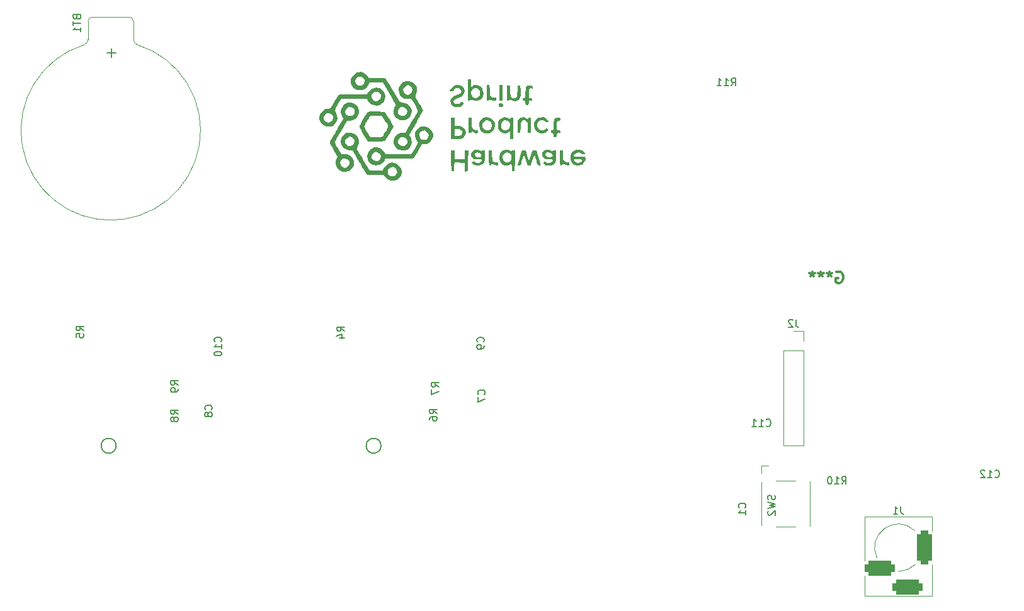
<source format=gbr>
%TF.GenerationSoftware,KiCad,Pcbnew,(6.0.5)*%
%TF.CreationDate,2022-07-19T18:48:39-04:00*%
%TF.ProjectId,Clock,436c6f63-6b2e-46b6-9963-61645f706362,rev?*%
%TF.SameCoordinates,PX4c4b400PY8a48640*%
%TF.FileFunction,Legend,Bot*%
%TF.FilePolarity,Positive*%
%FSLAX46Y46*%
G04 Gerber Fmt 4.6, Leading zero omitted, Abs format (unit mm)*
G04 Created by KiCad (PCBNEW (6.0.5)) date 2022-07-19 18:48:39*
%MOMM*%
%LPD*%
G01*
G04 APERTURE LIST*
G04 Aperture macros list*
%AMRoundRect*
0 Rectangle with rounded corners*
0 $1 Rounding radius*
0 $2 $3 $4 $5 $6 $7 $8 $9 X,Y pos of 4 corners*
0 Add a 4 corners polygon primitive as box body*
4,1,4,$2,$3,$4,$5,$6,$7,$8,$9,$2,$3,0*
0 Add four circle primitives for the rounded corners*
1,1,$1+$1,$2,$3*
1,1,$1+$1,$4,$5*
1,1,$1+$1,$6,$7*
1,1,$1+$1,$8,$9*
0 Add four rect primitives between the rounded corners*
20,1,$1+$1,$2,$3,$4,$5,0*
20,1,$1+$1,$4,$5,$6,$7,0*
20,1,$1+$1,$6,$7,$8,$9,0*
20,1,$1+$1,$8,$9,$2,$3,0*%
G04 Aperture macros list end*
%ADD10C,0.150000*%
%ADD11C,0.300000*%
%ADD12C,0.120000*%
%ADD13C,3.200000*%
%ADD14R,1.600000X1.600000*%
%ADD15O,1.600000X1.600000*%
%ADD16R,2.000000X2.000000*%
%ADD17C,2.000000*%
%ADD18C,1.524000*%
%ADD19C,3.000000*%
%ADD20R,1.800000X2.600000*%
%ADD21O,1.800000X2.600000*%
%ADD22C,1.440000*%
%ADD23R,1.050000X1.500000*%
%ADD24O,1.050000X1.500000*%
%ADD25R,1.400000X1.150000*%
%ADD26R,1.150000X1.400000*%
%ADD27RoundRect,0.500000X0.500000X-1.750000X0.500000X1.750000X-0.500000X1.750000X-0.500000X-1.750000X0*%
%ADD28RoundRect,0.500000X1.500000X0.500000X-1.500000X0.500000X-1.500000X-0.500000X1.500000X-0.500000X0*%
%ADD29R,3.000000X3.000000*%
%ADD30R,1.400000X1.600000*%
%ADD31R,1.700000X1.700000*%
%ADD32O,1.700000X1.700000*%
G04 APERTURE END LIST*
D10*
%TO.C,C7*%
X65137142Y36073667D02*
X65184761Y36121286D01*
X65232380Y36264143D01*
X65232380Y36359381D01*
X65184761Y36502239D01*
X65089523Y36597477D01*
X64994285Y36645096D01*
X64803809Y36692715D01*
X64660952Y36692715D01*
X64470476Y36645096D01*
X64375238Y36597477D01*
X64280000Y36502239D01*
X64232380Y36359381D01*
X64232380Y36264143D01*
X64280000Y36121286D01*
X64327619Y36073667D01*
X64232380Y35740334D02*
X64232380Y35073667D01*
X65232380Y35502239D01*
%TO.C,C8*%
X28434142Y34041667D02*
X28481761Y34089286D01*
X28529380Y34232143D01*
X28529380Y34327381D01*
X28481761Y34470239D01*
X28386523Y34565477D01*
X28291285Y34613096D01*
X28100809Y34660715D01*
X27957952Y34660715D01*
X27767476Y34613096D01*
X27672238Y34565477D01*
X27577000Y34470239D01*
X27529380Y34327381D01*
X27529380Y34232143D01*
X27577000Y34089286D01*
X27624619Y34041667D01*
X27957952Y33470239D02*
X27910333Y33565477D01*
X27862714Y33613096D01*
X27767476Y33660715D01*
X27719857Y33660715D01*
X27624619Y33613096D01*
X27577000Y33565477D01*
X27529380Y33470239D01*
X27529380Y33279762D01*
X27577000Y33184524D01*
X27624619Y33136905D01*
X27719857Y33089286D01*
X27767476Y33089286D01*
X27862714Y33136905D01*
X27910333Y33184524D01*
X27957952Y33279762D01*
X27957952Y33470239D01*
X28005571Y33565477D01*
X28053190Y33613096D01*
X28148428Y33660715D01*
X28338904Y33660715D01*
X28434142Y33613096D01*
X28481761Y33565477D01*
X28529380Y33470239D01*
X28529380Y33279762D01*
X28481761Y33184524D01*
X28434142Y33136905D01*
X28338904Y33089286D01*
X28148428Y33089286D01*
X28053190Y33136905D01*
X28005571Y33184524D01*
X27957952Y33279762D01*
%TO.C,R9*%
X23957380Y37343667D02*
X23481190Y37677000D01*
X23957380Y37915096D02*
X22957380Y37915096D01*
X22957380Y37534143D01*
X23005000Y37438905D01*
X23052619Y37391286D01*
X23147857Y37343667D01*
X23290714Y37343667D01*
X23385952Y37391286D01*
X23433571Y37438905D01*
X23481190Y37534143D01*
X23481190Y37915096D01*
X23957380Y36867477D02*
X23957380Y36677000D01*
X23909761Y36581762D01*
X23862142Y36534143D01*
X23719285Y36438905D01*
X23528809Y36391286D01*
X23147857Y36391286D01*
X23052619Y36438905D01*
X23005000Y36486524D01*
X22957380Y36581762D01*
X22957380Y36772239D01*
X23005000Y36867477D01*
X23052619Y36915096D01*
X23147857Y36962715D01*
X23385952Y36962715D01*
X23481190Y36915096D01*
X23528809Y36867477D01*
X23576428Y36772239D01*
X23576428Y36581762D01*
X23528809Y36486524D01*
X23481190Y36438905D01*
X23385952Y36391286D01*
%TO.C,C1*%
X100189142Y20833667D02*
X100236761Y20881286D01*
X100284380Y21024143D01*
X100284380Y21119381D01*
X100236761Y21262239D01*
X100141523Y21357477D01*
X100046285Y21405096D01*
X99855809Y21452715D01*
X99712952Y21452715D01*
X99522476Y21405096D01*
X99427238Y21357477D01*
X99332000Y21262239D01*
X99284380Y21119381D01*
X99284380Y21024143D01*
X99332000Y20881286D01*
X99379619Y20833667D01*
X100284380Y19881286D02*
X100284380Y20452715D01*
X100284380Y20167000D02*
X99284380Y20167000D01*
X99427238Y20262239D01*
X99522476Y20357477D01*
X99570095Y20452715D01*
%TO.C,R6*%
X58755380Y33494667D02*
X58279190Y33828000D01*
X58755380Y34066096D02*
X57755380Y34066096D01*
X57755380Y33685143D01*
X57803000Y33589905D01*
X57850619Y33542286D01*
X57945857Y33494667D01*
X58088714Y33494667D01*
X58183952Y33542286D01*
X58231571Y33589905D01*
X58279190Y33685143D01*
X58279190Y34066096D01*
X57755380Y32637524D02*
X57755380Y32828000D01*
X57803000Y32923239D01*
X57850619Y32970858D01*
X57993476Y33066096D01*
X58183952Y33113715D01*
X58564904Y33113715D01*
X58660142Y33066096D01*
X58707761Y33018477D01*
X58755380Y32923239D01*
X58755380Y32732762D01*
X58707761Y32637524D01*
X58660142Y32589905D01*
X58564904Y32542286D01*
X58326809Y32542286D01*
X58231571Y32589905D01*
X58183952Y32637524D01*
X58136333Y32732762D01*
X58136333Y32923239D01*
X58183952Y33018477D01*
X58231571Y33066096D01*
X58326809Y33113715D01*
%TO.C,C11*%
X103014857Y31866858D02*
X103062476Y31819239D01*
X103205333Y31771620D01*
X103300571Y31771620D01*
X103443428Y31819239D01*
X103538666Y31914477D01*
X103586285Y32009715D01*
X103633904Y32200191D01*
X103633904Y32343048D01*
X103586285Y32533524D01*
X103538666Y32628762D01*
X103443428Y32724000D01*
X103300571Y32771620D01*
X103205333Y32771620D01*
X103062476Y32724000D01*
X103014857Y32676381D01*
X102062476Y31771620D02*
X102633904Y31771620D01*
X102348190Y31771620D02*
X102348190Y32771620D01*
X102443428Y32628762D01*
X102538666Y32533524D01*
X102633904Y32485905D01*
X101110095Y31771620D02*
X101681523Y31771620D01*
X101395809Y31771620D02*
X101395809Y32771620D01*
X101491047Y32628762D01*
X101586285Y32533524D01*
X101681523Y32485905D01*
D11*
%TO.C,G\u002A\u002A\u002A*%
X112477571Y52544000D02*
X112622714Y52616572D01*
X112840428Y52616572D01*
X113058142Y52544000D01*
X113203285Y52398858D01*
X113275857Y52253715D01*
X113348428Y51963429D01*
X113348428Y51745715D01*
X113275857Y51455429D01*
X113203285Y51310286D01*
X113058142Y51165143D01*
X112840428Y51092572D01*
X112695285Y51092572D01*
X112477571Y51165143D01*
X112405000Y51237715D01*
X112405000Y51745715D01*
X112695285Y51745715D01*
X111534142Y52616572D02*
X111534142Y52253715D01*
X111897000Y52398858D02*
X111534142Y52253715D01*
X111171285Y52398858D01*
X111751857Y51963429D02*
X111534142Y52253715D01*
X111316428Y51963429D01*
X110373000Y52616572D02*
X110373000Y52253715D01*
X110735857Y52398858D02*
X110373000Y52253715D01*
X110010142Y52398858D01*
X110590714Y51963429D02*
X110373000Y52253715D01*
X110155285Y51963429D01*
X109211857Y52616572D02*
X109211857Y52253715D01*
X109574714Y52398858D02*
X109211857Y52253715D01*
X108849000Y52398858D01*
X109429571Y51963429D02*
X109211857Y52253715D01*
X108994142Y51963429D01*
D10*
%TO.C,C10*%
X29703142Y43192858D02*
X29750761Y43240477D01*
X29798380Y43383334D01*
X29798380Y43478572D01*
X29750761Y43621429D01*
X29655523Y43716667D01*
X29560285Y43764286D01*
X29369809Y43811905D01*
X29226952Y43811905D01*
X29036476Y43764286D01*
X28941238Y43716667D01*
X28846000Y43621429D01*
X28798380Y43478572D01*
X28798380Y43383334D01*
X28846000Y43240477D01*
X28893619Y43192858D01*
X29798380Y42240477D02*
X29798380Y42811905D01*
X29798380Y42526191D02*
X28798380Y42526191D01*
X28941238Y42621429D01*
X29036476Y42716667D01*
X29084095Y42811905D01*
X28798380Y41621429D02*
X28798380Y41526191D01*
X28846000Y41430953D01*
X28893619Y41383334D01*
X28988857Y41335715D01*
X29179333Y41288096D01*
X29417428Y41288096D01*
X29607904Y41335715D01*
X29703142Y41383334D01*
X29750761Y41430953D01*
X29798380Y41526191D01*
X29798380Y41621429D01*
X29750761Y41716667D01*
X29703142Y41764286D01*
X29607904Y41811905D01*
X29417428Y41859524D01*
X29179333Y41859524D01*
X28988857Y41811905D01*
X28893619Y41764286D01*
X28846000Y41716667D01*
X28798380Y41621429D01*
%TO.C,C9*%
X65009142Y43146667D02*
X65056761Y43194286D01*
X65104380Y43337143D01*
X65104380Y43432381D01*
X65056761Y43575239D01*
X64961523Y43670477D01*
X64866285Y43718096D01*
X64675809Y43765715D01*
X64532952Y43765715D01*
X64342476Y43718096D01*
X64247238Y43670477D01*
X64152000Y43575239D01*
X64104380Y43432381D01*
X64104380Y43337143D01*
X64152000Y43194286D01*
X64199619Y43146667D01*
X65104380Y42670477D02*
X65104380Y42480000D01*
X65056761Y42384762D01*
X65009142Y42337143D01*
X64866285Y42241905D01*
X64675809Y42194286D01*
X64294857Y42194286D01*
X64199619Y42241905D01*
X64152000Y42289524D01*
X64104380Y42384762D01*
X64104380Y42575239D01*
X64152000Y42670477D01*
X64199619Y42718096D01*
X64294857Y42765715D01*
X64532952Y42765715D01*
X64628190Y42718096D01*
X64675809Y42670477D01*
X64723428Y42575239D01*
X64723428Y42384762D01*
X64675809Y42289524D01*
X64628190Y42241905D01*
X64532952Y42194286D01*
%TO.C,J1*%
X121120333Y21007620D02*
X121120333Y20293334D01*
X121167952Y20150477D01*
X121263190Y20055239D01*
X121406047Y20007620D01*
X121501285Y20007620D01*
X120120333Y20007620D02*
X120691761Y20007620D01*
X120406047Y20007620D02*
X120406047Y21007620D01*
X120501285Y20864762D01*
X120596523Y20769524D01*
X120691761Y20721905D01*
%TO.C,R11*%
X98315857Y77619620D02*
X98649190Y78095810D01*
X98887285Y77619620D02*
X98887285Y78619620D01*
X98506333Y78619620D01*
X98411095Y78572000D01*
X98363476Y78524381D01*
X98315857Y78429143D01*
X98315857Y78286286D01*
X98363476Y78191048D01*
X98411095Y78143429D01*
X98506333Y78095810D01*
X98887285Y78095810D01*
X97363476Y77619620D02*
X97934904Y77619620D01*
X97649190Y77619620D02*
X97649190Y78619620D01*
X97744428Y78476762D01*
X97839666Y78381524D01*
X97934904Y78333905D01*
X96411095Y77619620D02*
X96982523Y77619620D01*
X96696809Y77619620D02*
X96696809Y78619620D01*
X96792047Y78476762D01*
X96887285Y78381524D01*
X96982523Y78333905D01*
%TO.C,R4*%
X46310380Y44582667D02*
X45834190Y44916000D01*
X46310380Y45154096D02*
X45310380Y45154096D01*
X45310380Y44773143D01*
X45358000Y44677905D01*
X45405619Y44630286D01*
X45500857Y44582667D01*
X45643714Y44582667D01*
X45738952Y44630286D01*
X45786571Y44677905D01*
X45834190Y44773143D01*
X45834190Y45154096D01*
X45643714Y43725524D02*
X46310380Y43725524D01*
X45262761Y43963620D02*
X45977047Y44201715D01*
X45977047Y43582667D01*
%TO.C,BT1*%
X10328571Y86835715D02*
X10376190Y86692858D01*
X10423809Y86645239D01*
X10519047Y86597620D01*
X10661904Y86597620D01*
X10757142Y86645239D01*
X10804761Y86692858D01*
X10852380Y86788096D01*
X10852380Y87169048D01*
X9852380Y87169048D01*
X9852380Y86835715D01*
X9900000Y86740477D01*
X9947619Y86692858D01*
X10042857Y86645239D01*
X10138095Y86645239D01*
X10233333Y86692858D01*
X10280952Y86740477D01*
X10328571Y86835715D01*
X10328571Y87169048D01*
X9852380Y86311905D02*
X9852380Y85740477D01*
X10852380Y86026191D02*
X9852380Y86026191D01*
X10852380Y84883334D02*
X10852380Y85454762D01*
X10852380Y85169048D02*
X9852380Y85169048D01*
X9995238Y85264286D01*
X10090476Y85359524D01*
X10138095Y85454762D01*
X15007142Y82621429D02*
X15007142Y81478572D01*
X15578571Y82050000D02*
X14435714Y82050000D01*
%TO.C,R5*%
X11258380Y44670667D02*
X10782190Y45004000D01*
X11258380Y45242096D02*
X10258380Y45242096D01*
X10258380Y44861143D01*
X10306000Y44765905D01*
X10353619Y44718286D01*
X10448857Y44670667D01*
X10591714Y44670667D01*
X10686952Y44718286D01*
X10734571Y44765905D01*
X10782190Y44861143D01*
X10782190Y45242096D01*
X10258380Y43765905D02*
X10258380Y44242096D01*
X10734571Y44289715D01*
X10686952Y44242096D01*
X10639333Y44146858D01*
X10639333Y43908762D01*
X10686952Y43813524D01*
X10734571Y43765905D01*
X10829809Y43718286D01*
X11067904Y43718286D01*
X11163142Y43765905D01*
X11210761Y43813524D01*
X11258380Y43908762D01*
X11258380Y44146858D01*
X11210761Y44242096D01*
X11163142Y44289715D01*
%TO.C,C12*%
X133742857Y24992858D02*
X133790476Y24945239D01*
X133933333Y24897620D01*
X134028571Y24897620D01*
X134171428Y24945239D01*
X134266666Y25040477D01*
X134314285Y25135715D01*
X134361904Y25326191D01*
X134361904Y25469048D01*
X134314285Y25659524D01*
X134266666Y25754762D01*
X134171428Y25850000D01*
X134028571Y25897620D01*
X133933333Y25897620D01*
X133790476Y25850000D01*
X133742857Y25802381D01*
X132790476Y24897620D02*
X133361904Y24897620D01*
X133076190Y24897620D02*
X133076190Y25897620D01*
X133171428Y25754762D01*
X133266666Y25659524D01*
X133361904Y25611905D01*
X132409523Y25802381D02*
X132361904Y25850000D01*
X132266666Y25897620D01*
X132028571Y25897620D01*
X131933333Y25850000D01*
X131885714Y25802381D01*
X131838095Y25707143D01*
X131838095Y25611905D01*
X131885714Y25469048D01*
X132457142Y24897620D01*
X131838095Y24897620D01*
%TO.C,R8*%
X23957380Y33406667D02*
X23481190Y33740000D01*
X23957380Y33978096D02*
X22957380Y33978096D01*
X22957380Y33597143D01*
X23005000Y33501905D01*
X23052619Y33454286D01*
X23147857Y33406667D01*
X23290714Y33406667D01*
X23385952Y33454286D01*
X23433571Y33501905D01*
X23481190Y33597143D01*
X23481190Y33978096D01*
X23385952Y32835239D02*
X23338333Y32930477D01*
X23290714Y32978096D01*
X23195476Y33025715D01*
X23147857Y33025715D01*
X23052619Y32978096D01*
X23005000Y32930477D01*
X22957380Y32835239D01*
X22957380Y32644762D01*
X23005000Y32549524D01*
X23052619Y32501905D01*
X23147857Y32454286D01*
X23195476Y32454286D01*
X23290714Y32501905D01*
X23338333Y32549524D01*
X23385952Y32644762D01*
X23385952Y32835239D01*
X23433571Y32930477D01*
X23481190Y32978096D01*
X23576428Y33025715D01*
X23766904Y33025715D01*
X23862142Y32978096D01*
X23909761Y32930477D01*
X23957380Y32835239D01*
X23957380Y32644762D01*
X23909761Y32549524D01*
X23862142Y32501905D01*
X23766904Y32454286D01*
X23576428Y32454286D01*
X23481190Y32501905D01*
X23433571Y32549524D01*
X23385952Y32644762D01*
%TO.C,SW2*%
X104173761Y22508334D02*
X104221380Y22365477D01*
X104221380Y22127381D01*
X104173761Y22032143D01*
X104126142Y21984524D01*
X104030904Y21936905D01*
X103935666Y21936905D01*
X103840428Y21984524D01*
X103792809Y22032143D01*
X103745190Y22127381D01*
X103697571Y22317858D01*
X103649952Y22413096D01*
X103602333Y22460715D01*
X103507095Y22508334D01*
X103411857Y22508334D01*
X103316619Y22460715D01*
X103269000Y22413096D01*
X103221380Y22317858D01*
X103221380Y22079762D01*
X103269000Y21936905D01*
X103221380Y21603572D02*
X104221380Y21365477D01*
X103507095Y21175000D01*
X104221380Y20984524D01*
X103221380Y20746429D01*
X103316619Y20413096D02*
X103269000Y20365477D01*
X103221380Y20270239D01*
X103221380Y20032143D01*
X103269000Y19936905D01*
X103316619Y19889286D01*
X103411857Y19841667D01*
X103507095Y19841667D01*
X103649952Y19889286D01*
X104221380Y20460715D01*
X104221380Y19841667D01*
%TO.C,R10*%
X113174857Y24023620D02*
X113508190Y24499810D01*
X113746285Y24023620D02*
X113746285Y25023620D01*
X113365333Y25023620D01*
X113270095Y24976000D01*
X113222476Y24928381D01*
X113174857Y24833143D01*
X113174857Y24690286D01*
X113222476Y24595048D01*
X113270095Y24547429D01*
X113365333Y24499810D01*
X113746285Y24499810D01*
X112222476Y24023620D02*
X112793904Y24023620D01*
X112508190Y24023620D02*
X112508190Y25023620D01*
X112603428Y24880762D01*
X112698666Y24785524D01*
X112793904Y24737905D01*
X111603428Y25023620D02*
X111508190Y25023620D01*
X111412952Y24976000D01*
X111365333Y24928381D01*
X111317714Y24833143D01*
X111270095Y24642667D01*
X111270095Y24404572D01*
X111317714Y24214096D01*
X111365333Y24118858D01*
X111412952Y24071239D01*
X111508190Y24023620D01*
X111603428Y24023620D01*
X111698666Y24071239D01*
X111746285Y24118858D01*
X111793904Y24214096D01*
X111841523Y24404572D01*
X111841523Y24642667D01*
X111793904Y24833143D01*
X111746285Y24928381D01*
X111698666Y24976000D01*
X111603428Y25023620D01*
%TO.C,J2*%
X107023333Y46150620D02*
X107023333Y45436334D01*
X107070952Y45293477D01*
X107166190Y45198239D01*
X107309047Y45150620D01*
X107404285Y45150620D01*
X106594761Y46055381D02*
X106547142Y46103000D01*
X106451904Y46150620D01*
X106213809Y46150620D01*
X106118571Y46103000D01*
X106070952Y46055381D01*
X106023333Y45960143D01*
X106023333Y45864905D01*
X106070952Y45722048D01*
X106642380Y45150620D01*
X106023333Y45150620D01*
%TO.C,R7*%
X59009380Y37089667D02*
X58533190Y37423000D01*
X59009380Y37661096D02*
X58009380Y37661096D01*
X58009380Y37280143D01*
X58057000Y37184905D01*
X58104619Y37137286D01*
X58199857Y37089667D01*
X58342714Y37089667D01*
X58437952Y37137286D01*
X58485571Y37184905D01*
X58533190Y37280143D01*
X58533190Y37661096D01*
X58009380Y36756334D02*
X58009380Y36089667D01*
X59009380Y36518239D01*
%TO.C,D2*%
X15618000Y29176000D02*
G75*
G03*
X15618000Y29176000I-1000000J0D01*
G01*
%TO.C,D1*%
X51240000Y29176000D02*
G75*
G03*
X51240000Y29176000I-1000000J0D01*
G01*
D12*
%TO.C,J1*%
X125287000Y8960000D02*
X116287000Y8960000D01*
X125287000Y19660000D02*
X116287000Y19660000D01*
X116287000Y8960000D02*
X116287000Y11710000D01*
X125287000Y19660000D02*
X125287000Y17710000D01*
X125287000Y8960000D02*
X125287000Y13210000D01*
X116287000Y19660000D02*
X116287000Y13710000D01*
X122987000Y17760000D02*
G75*
G03*
X117920755Y14076295I-2200000J-2300000D01*
G01*
X120787000Y12260000D02*
G75*
G03*
X123049742Y13197258I2J3199997D01*
G01*
%TO.C,G\u002A\u002A\u002A*%
G36*
X68363581Y77670332D02*
G01*
X68572040Y77650232D01*
X68604111Y76922742D01*
X68608779Y76819642D01*
X68625036Y76532524D01*
X68645439Y76340259D01*
X68675597Y76216876D01*
X68721117Y76136403D01*
X68787606Y76072869D01*
X68961709Y75980217D01*
X69196828Y75958939D01*
X69409655Y76041314D01*
X69411116Y76042386D01*
X69465398Y76098143D01*
X69503674Y76187144D01*
X69530320Y76333146D01*
X69549714Y76559909D01*
X69566232Y76891188D01*
X69598303Y77650232D01*
X69983151Y77650232D01*
X70003009Y76976747D01*
X70006830Y76680234D01*
X69988443Y76312192D01*
X69936750Y76038390D01*
X69847488Y75839791D01*
X69716392Y75697360D01*
X69534119Y75605181D01*
X69267849Y75562859D01*
X68997867Y75592371D01*
X68779033Y75693919D01*
X68753129Y75714108D01*
X68620890Y75803560D01*
X68556746Y75806593D01*
X68539970Y75725990D01*
X68500312Y75658463D01*
X68347545Y75629778D01*
X68155121Y75629778D01*
X68155121Y77690431D01*
X68363581Y77670332D01*
G37*
G36*
X43044289Y73782775D02*
G01*
X43250309Y74097575D01*
X43422355Y74275012D01*
X43605972Y74411529D01*
X43811963Y74488883D01*
X44090978Y74533329D01*
X44435812Y74571444D01*
X44926401Y75413364D01*
X45009176Y75554764D01*
X45181115Y75844285D01*
X45304763Y76047941D01*
X49964986Y76047941D01*
X49977935Y76002763D01*
X50110941Y75769466D01*
X50313609Y75619437D01*
X50555411Y75561093D01*
X50805817Y75602850D01*
X51034297Y75753127D01*
X51122515Y75858071D01*
X51221138Y76099405D01*
X51195513Y76347617D01*
X51045399Y76584704D01*
X50840715Y76748775D01*
X50603103Y76811159D01*
X50340392Y76751513D01*
X50233166Y76689126D01*
X50064823Y76505391D01*
X49967291Y76276409D01*
X49964986Y76047941D01*
X45304763Y76047941D01*
X45330207Y76089848D01*
X45442744Y76269040D01*
X45505020Y76359450D01*
X45509818Y76364805D01*
X45551330Y76393998D01*
X45623237Y76416902D01*
X45739525Y76434255D01*
X45914175Y76446796D01*
X46161171Y76455263D01*
X46494496Y76460396D01*
X46928133Y76462934D01*
X47476065Y76463616D01*
X49359080Y76463616D01*
X49481841Y76704146D01*
X49585931Y76881957D01*
X49771469Y77085419D01*
X50035172Y77254788D01*
X50037164Y77255834D01*
X50267873Y77327917D01*
X50561762Y77355504D01*
X50861961Y77337619D01*
X51111600Y77273284D01*
X51328129Y77151331D01*
X51582946Y76893286D01*
X51743329Y76560285D01*
X51799060Y76168744D01*
X51770222Y75876204D01*
X51638953Y75547274D01*
X51392538Y75262662D01*
X51374106Y75246786D01*
X51049920Y75048932D01*
X50697339Y74962374D01*
X50340587Y74982382D01*
X50003889Y75104228D01*
X49711468Y75323184D01*
X49487550Y75634521D01*
X49358031Y75888398D01*
X47617128Y75871336D01*
X45876225Y75854273D01*
X45427199Y75093067D01*
X45402638Y75051367D01*
X45227124Y74746904D01*
X45112167Y74530292D01*
X45049962Y74383490D01*
X45032705Y74288459D01*
X45052591Y74227158D01*
X45163398Y74056966D01*
X45343362Y73656986D01*
X45403810Y73274746D01*
X45345595Y72919449D01*
X45169570Y72600298D01*
X44876585Y72326495D01*
X44758748Y72248289D01*
X44603070Y72175229D01*
X44425086Y72141959D01*
X44172043Y72134071D01*
X44085972Y72134759D01*
X43847452Y72151357D01*
X43673256Y72198808D01*
X43514334Y72288640D01*
X43323071Y72445770D01*
X43094531Y72746578D01*
X42969692Y73084720D01*
X42963127Y73214568D01*
X43535971Y73214568D01*
X43614419Y73008634D01*
X43760428Y72839533D01*
X43954002Y72724030D01*
X44175145Y72678891D01*
X44403862Y72720880D01*
X44620156Y72866763D01*
X44708681Y72974456D01*
X44808053Y73218784D01*
X44801654Y73469735D01*
X44693653Y73695738D01*
X44488223Y73865225D01*
X44405103Y73903186D01*
X44133722Y73951188D01*
X43884850Y73873239D01*
X43661960Y73670159D01*
X43661736Y73669874D01*
X43545078Y73440570D01*
X43535971Y73214568D01*
X42963127Y73214568D01*
X42951848Y73437637D01*
X43044289Y73782775D01*
G37*
G36*
X63418681Y72683789D02*
G01*
X63427217Y72498146D01*
X63462368Y72164063D01*
X63528053Y71931572D01*
X63634661Y71782846D01*
X63792583Y71700057D01*
X64012209Y71665376D01*
X64152317Y71654536D01*
X64262960Y71627847D01*
X64299730Y71565052D01*
X64294391Y71440881D01*
X64278853Y71340145D01*
X64218860Y71249914D01*
X64079566Y71216995D01*
X63902177Y71235428D01*
X63646611Y71359381D01*
X63564331Y71414525D01*
X63459094Y71474666D01*
X63416578Y71466610D01*
X63408656Y71394511D01*
X63406880Y71363897D01*
X63357428Y71288595D01*
X63216232Y71268162D01*
X63023808Y71268162D01*
X63023808Y73320687D01*
X63396635Y73320687D01*
X63418681Y72683789D01*
G37*
G36*
X75146917Y73302635D02*
G01*
X75296075Y73278095D01*
X75365194Y73223449D01*
X75390930Y73116330D01*
X75391898Y73107744D01*
X75389522Y72997839D01*
X75326952Y72946449D01*
X75170145Y72923905D01*
X75019351Y72900496D01*
X74928022Y72834725D01*
X74874696Y72691005D01*
X74854012Y72569473D01*
X74837549Y72334678D01*
X74838915Y72081662D01*
X74857899Y71685081D01*
X75098429Y71665173D01*
X75102342Y71664848D01*
X75258801Y71640835D01*
X75325171Y71583382D01*
X75338959Y71460586D01*
X75338957Y71457582D01*
X75324547Y71336259D01*
X75256874Y71279698D01*
X75098429Y71255998D01*
X75016429Y71248198D01*
X74905582Y71217169D01*
X74857602Y71135122D01*
X74838176Y70963490D01*
X74833050Y70898955D01*
X74808273Y70759652D01*
X74750630Y70702152D01*
X74633404Y70690889D01*
X74589548Y70691560D01*
X74493419Y70713213D01*
X74448686Y70792001D01*
X74428632Y70963490D01*
X74425955Y70998390D01*
X74401413Y71155694D01*
X74345463Y71228955D01*
X74232520Y71256387D01*
X74169566Y71266512D01*
X74078103Y71323511D01*
X74056131Y71460586D01*
X74058895Y71526540D01*
X74103471Y71627029D01*
X74232520Y71664785D01*
X74408909Y71685081D01*
X74440980Y72380501D01*
X74443882Y72442462D01*
X74460469Y72733908D01*
X74481067Y72928634D01*
X74511809Y73053528D01*
X74558830Y73135478D01*
X74628265Y73201374D01*
X74664903Y73228645D01*
X74837468Y73299395D01*
X75077255Y73307721D01*
X75146917Y73302635D01*
G37*
G36*
X72410236Y68012985D02*
G01*
X72466845Y67833287D01*
X72563311Y67519066D01*
X72640511Y67257036D01*
X72691672Y67070475D01*
X72710022Y66982658D01*
X72664181Y66926582D01*
X72505642Y66918517D01*
X72495263Y66919529D01*
X72416277Y66929671D01*
X72355053Y66954551D01*
X72302585Y67012220D01*
X72249869Y67120731D01*
X72187900Y67298136D01*
X72107675Y67562487D01*
X72000188Y67931835D01*
X71860919Y68411923D01*
X71643292Y67716711D01*
X71564018Y67467105D01*
X71483585Y67222015D01*
X71422585Y67045275D01*
X71390143Y66964022D01*
X71387838Y66960819D01*
X71298430Y66922381D01*
X71143471Y66906545D01*
X70932321Y66906545D01*
X70714992Y67612101D01*
X70631706Y67873508D01*
X70552451Y68104049D01*
X70491948Y68260203D01*
X70459019Y68317657D01*
X70444814Y68306462D01*
X70396663Y68209383D01*
X70340878Y68045056D01*
X70233328Y67675747D01*
X70143697Y67373380D01*
X70075912Y67162477D01*
X70021969Y67026656D01*
X69973860Y66949534D01*
X69923579Y66914730D01*
X69863121Y66905861D01*
X69784480Y66906545D01*
X69760571Y66906803D01*
X69622565Y66920759D01*
X69566232Y66949454D01*
X69568549Y66960741D01*
X69598847Y67066011D01*
X69658044Y67259737D01*
X69738245Y67516975D01*
X69831557Y67812782D01*
X69930087Y68122211D01*
X70025940Y68420320D01*
X70111223Y68682163D01*
X70178042Y68882797D01*
X70258385Y68939505D01*
X70446136Y68946938D01*
X70685657Y68927000D01*
X70902907Y68231917D01*
X70987140Y67977921D01*
X71068908Y67762410D01*
X71133243Y67625913D01*
X71170922Y67590503D01*
X71197729Y67642243D01*
X71257410Y67797718D01*
X71335802Y68026850D01*
X71422976Y68301621D01*
X71624266Y68959071D01*
X72109590Y68959071D01*
X72410236Y68012985D01*
G37*
G36*
X67017637Y72768513D02*
G01*
X67184068Y73057595D01*
X67448565Y73265904D01*
X67574977Y73321369D01*
X67863803Y73380083D01*
X68142193Y73358321D01*
X68365048Y73256545D01*
X68395010Y73233229D01*
X68525177Y73145949D01*
X68587877Y73145205D01*
X68604111Y73228539D01*
X68606022Y73250685D01*
X68661491Y73305835D01*
X68812571Y73308715D01*
X69021030Y73288616D01*
X69021030Y70466394D01*
X68812571Y70446295D01*
X68604111Y70426195D01*
X68604111Y71520861D01*
X68363581Y71356613D01*
X68241958Y71281382D01*
X68061053Y71220045D01*
X67843122Y71223210D01*
X67767215Y71233919D01*
X67437936Y71348627D01*
X67188072Y71560748D01*
X67024192Y71862727D01*
X66952865Y72247009D01*
X66952229Y72315394D01*
X67386850Y72315394D01*
X67387820Y72275043D01*
X67447636Y71988119D01*
X67583967Y71774809D01*
X67774191Y71644982D01*
X67995689Y71608504D01*
X68225840Y71675244D01*
X68442024Y71855071D01*
X68529531Y71989364D01*
X68600552Y72247341D01*
X68577820Y72510592D01*
X68467086Y72743032D01*
X68274102Y72908578D01*
X68030958Y72991403D01*
X67792845Y72964325D01*
X67572914Y72812489D01*
X67462174Y72682725D01*
X67401192Y72531095D01*
X67386850Y72315394D01*
X66952229Y72315394D01*
X66951414Y72403063D01*
X67017637Y72768513D01*
G37*
G36*
X48731922Y66640495D02*
G01*
X48512598Y67013300D01*
X48277714Y67415868D01*
X47418235Y68894929D01*
X47105073Y68894929D01*
X47045177Y68895950D01*
X46639512Y68963933D01*
X46304156Y69130617D01*
X46050505Y69385077D01*
X45889957Y69716385D01*
X45833909Y70113616D01*
X45840975Y70178010D01*
X46415995Y70178010D01*
X46443159Y69950975D01*
X46597042Y69715202D01*
X46705142Y69607199D01*
X46852853Y69527081D01*
X47052596Y69507188D01*
X47200617Y69516135D01*
X47356954Y69574850D01*
X47508150Y69715202D01*
X47611039Y69850627D01*
X47693025Y70080383D01*
X47648101Y70306288D01*
X47475929Y70536949D01*
X47433423Y70577969D01*
X47242103Y70714064D01*
X47052596Y70755030D01*
X47012410Y70753450D01*
X46825643Y70694774D01*
X46629263Y70536949D01*
X46515886Y70404915D01*
X46415995Y70178010D01*
X45840975Y70178010D01*
X45867435Y70419160D01*
X46010890Y70771213D01*
X46261472Y71056964D01*
X46612917Y71267140D01*
X46628063Y71273249D01*
X46882787Y71321184D01*
X47189610Y71307148D01*
X47496415Y71237875D01*
X47751084Y71120099D01*
X48012900Y70879804D01*
X48192308Y70565176D01*
X48272068Y70211038D01*
X48246134Y69844899D01*
X48108459Y69494271D01*
X48091236Y69464631D01*
X48005540Y69294976D01*
X47985338Y69178707D01*
X48021560Y69071717D01*
X48052324Y69016246D01*
X48144779Y68854648D01*
X48285378Y68611530D01*
X48464198Y68303986D01*
X48671316Y67949109D01*
X48896809Y67563995D01*
X49696132Y66200990D01*
X51482912Y66200990D01*
X51601550Y66473591D01*
X51601984Y66474587D01*
X51806150Y66802625D01*
X52089060Y67061134D01*
X52422586Y67230572D01*
X52778598Y67291394D01*
X53038367Y67250325D01*
X53349468Y67115003D01*
X53629379Y66910430D01*
X53834226Y66662735D01*
X53918471Y66483477D01*
X53996427Y66157573D01*
X53997111Y65832543D01*
X53916945Y65556242D01*
X53910049Y65543047D01*
X53665679Y65209186D01*
X53342413Y64966593D01*
X52960956Y64830976D01*
X52828372Y64816762D01*
X52498598Y64857470D01*
X52174412Y64986658D01*
X51895397Y65185359D01*
X51701134Y65434609D01*
X51603342Y65623717D01*
X50487170Y65623717D01*
X50408478Y65623721D01*
X50026030Y65624474D01*
X49748818Y65628276D01*
X49557206Y65637619D01*
X49431562Y65654997D01*
X49352251Y65682901D01*
X49299640Y65723826D01*
X49254095Y65780262D01*
X49197911Y65865843D01*
X49084440Y66050247D01*
X49045547Y66114912D01*
X52147193Y66114912D01*
X52172619Y65870336D01*
X52271176Y65650424D01*
X52436922Y65497336D01*
X52457318Y65486942D01*
X52718199Y65425685D01*
X52985967Y65472000D01*
X53215106Y65618783D01*
X53302860Y65723066D01*
X53401692Y65964490D01*
X53376217Y66213909D01*
X53226207Y66454254D01*
X53060482Y66593777D01*
X52812437Y66680216D01*
X52554520Y66641539D01*
X52298730Y66477443D01*
X52200845Y66341991D01*
X52147193Y66114912D01*
X49045547Y66114912D01*
X48925823Y66313970D01*
X48731922Y66640495D01*
G37*
G36*
X49565266Y68761605D02*
G01*
X49803541Y69039436D01*
X49822960Y69055242D01*
X50058898Y69198251D01*
X50333067Y69302723D01*
X50580374Y69343204D01*
X50671190Y69337734D01*
X50983156Y69251235D01*
X51287655Y69080181D01*
X51544439Y68851285D01*
X51713263Y68591260D01*
X51800782Y68381798D01*
X55297260Y68381798D01*
X55766617Y69189530D01*
X56235974Y69997261D01*
X56109616Y70135615D01*
X56070046Y70181030D01*
X55876275Y70502056D01*
X55789364Y70850447D01*
X55790509Y70875842D01*
X56367031Y70875842D01*
X56448541Y70655642D01*
X56604949Y70477209D01*
X56814452Y70361016D01*
X57055246Y70327535D01*
X57305529Y70397240D01*
X57419483Y70471191D01*
X57584106Y70673819D01*
X57646706Y70916771D01*
X57602934Y71169479D01*
X57448439Y71401378D01*
X57326559Y71498299D01*
X57080376Y71586552D01*
X56827576Y71566762D01*
X56598815Y71444235D01*
X56424749Y71224272D01*
X56382220Y71117337D01*
X56367031Y70875842D01*
X55790509Y70875842D01*
X55805199Y71201747D01*
X55919665Y71531497D01*
X56128649Y71815237D01*
X56428036Y72028511D01*
X56692141Y72124602D01*
X57072596Y72157633D01*
X57442128Y72078345D01*
X57774821Y71893453D01*
X58044757Y71609670D01*
X58130961Y71462176D01*
X58229010Y71131261D01*
X58222255Y70792283D01*
X58122353Y70466737D01*
X57940965Y70176117D01*
X57689751Y69941920D01*
X57380369Y69785638D01*
X57024480Y69728768D01*
X56753915Y69728768D01*
X56255076Y68857644D01*
X56159005Y68691105D01*
X55987772Y68400418D01*
X55839534Y68156464D01*
X55727590Y67980935D01*
X55665238Y67895523D01*
X55648800Y67882883D01*
X55583348Y67858482D01*
X55468124Y67839487D01*
X55290044Y67825296D01*
X55036026Y67815306D01*
X54692986Y67808915D01*
X54247843Y67805522D01*
X53687511Y67804525D01*
X51800782Y67804525D01*
X51711609Y67596066D01*
X51558307Y67350324D01*
X51327633Y67123862D01*
X51073294Y66974767D01*
X50935809Y66934110D01*
X50591654Y66905290D01*
X50237840Y66957700D01*
X49916259Y67082508D01*
X49668805Y67270881D01*
X49580313Y67383055D01*
X49426788Y67708175D01*
X49374619Y68066174D01*
X49381694Y68120627D01*
X49954645Y68120627D01*
X50004675Y67864867D01*
X50112859Y67681166D01*
X50317235Y67532311D01*
X50599579Y67483818D01*
X50778767Y67510288D01*
X51006582Y67635198D01*
X51163410Y67838454D01*
X51221788Y68093162D01*
X51221417Y68118723D01*
X51175536Y68327035D01*
X51034297Y68515015D01*
X51018549Y68530308D01*
X50796127Y68670002D01*
X50560470Y68706757D01*
X50335036Y68655385D01*
X50143283Y68530698D01*
X50008666Y68347508D01*
X49954645Y68120627D01*
X49381694Y68120627D01*
X49421535Y68427251D01*
X49565266Y68761605D01*
G37*
G36*
X71374976Y77662977D02*
G01*
X71518739Y77639375D01*
X71582739Y77575781D01*
X71606956Y77439488D01*
X71612466Y77300530D01*
X71573212Y77252964D01*
X71461805Y77270262D01*
X71452545Y77272538D01*
X71306518Y77287434D01*
X71206739Y77238810D01*
X71145281Y77110681D01*
X71114219Y76887064D01*
X71105626Y76551974D01*
X71105626Y75950485D01*
X71330121Y75950485D01*
X71462365Y75942965D01*
X71537843Y75898572D01*
X71554616Y75790131D01*
X71544089Y75695671D01*
X71481938Y75641758D01*
X71330121Y75629778D01*
X71236463Y75628311D01*
X71145010Y75604270D01*
X71110781Y75522611D01*
X71105626Y75348004D01*
X71104314Y75281953D01*
X71069497Y75101764D01*
X70970113Y75012443D01*
X70783187Y74988364D01*
X70708069Y75011842D01*
X70665799Y75103395D01*
X70644115Y75293035D01*
X70637149Y75386700D01*
X70611827Y75528424D01*
X70556089Y75593496D01*
X70448177Y75618003D01*
X70423169Y75621317D01*
X70304093Y75670498D01*
X70271788Y75786374D01*
X70272882Y75814726D01*
X70321117Y75918452D01*
X70464212Y75972934D01*
X70656636Y76011419D01*
X70658676Y76670472D01*
X70658905Y76721435D01*
X70666791Y77041999D01*
X70691286Y77264381D01*
X70740474Y77414985D01*
X70822442Y77520215D01*
X70945273Y77606476D01*
X70967165Y77617471D01*
X71130635Y77657782D01*
X71330121Y77665962D01*
X71374976Y77662977D01*
G37*
G36*
X76713546Y68186944D02*
G01*
X76820785Y68488468D01*
X77014844Y68745504D01*
X77295273Y68932667D01*
X77407256Y68972096D01*
X77689078Y69015331D01*
X77977856Y69002340D01*
X78212473Y68933094D01*
X78213972Y68932311D01*
X78382352Y68818823D01*
X78544349Y68673150D01*
X78627346Y68576738D01*
X78658021Y68498450D01*
X78608491Y68443543D01*
X78607540Y68442943D01*
X78477764Y68389787D01*
X78338467Y68410031D01*
X78146697Y68509841D01*
X78096716Y68538582D01*
X77814786Y68632978D01*
X77553928Y68603545D01*
X77322409Y68450873D01*
X77290917Y68419052D01*
X77171779Y68283911D01*
X77128240Y68187501D01*
X77170829Y68122716D01*
X77310074Y68082447D01*
X77556506Y68059587D01*
X77920651Y68047030D01*
X78706384Y68029020D01*
X78726922Y67850114D01*
X78713408Y67646019D01*
X78608656Y67379812D01*
X78429547Y67142032D01*
X78201217Y66974542D01*
X78149068Y66950199D01*
X77850260Y66857526D01*
X77569201Y66869506D01*
X77260757Y66986722D01*
X77161790Y67043694D01*
X76917248Y67269308D01*
X76761327Y67551977D01*
X76739871Y67651526D01*
X77164415Y67651526D01*
X77213868Y67545662D01*
X77326215Y67410937D01*
X77340274Y67396955D01*
X77480415Y67278048D01*
X77610553Y67235613D01*
X77794809Y67247252D01*
X77960571Y67290969D01*
X78137080Y67389929D01*
X78250812Y67514149D01*
X78270375Y67637846D01*
X78222557Y67668158D01*
X78076118Y67698834D01*
X77868304Y67719709D01*
X77636356Y67729425D01*
X77417512Y67726624D01*
X77249014Y67709949D01*
X77168101Y67678040D01*
X77164415Y67651526D01*
X76739871Y67651526D01*
X76693576Y67866318D01*
X76713546Y68186944D01*
G37*
G36*
X72949430Y68564126D02*
G01*
X73119667Y68805131D01*
X73262986Y68932056D01*
X73417021Y69004970D01*
X73616763Y69022972D01*
X73866731Y68989829D01*
X74104237Y68895632D01*
X74217583Y68831509D01*
X74293309Y68812968D01*
X74312697Y68863801D01*
X74313295Y68874154D01*
X74373544Y68938798D01*
X74542289Y68959071D01*
X74771881Y68959071D01*
X74750749Y68130202D01*
X74742971Y67856840D01*
X74730811Y67594811D01*
X74712250Y67416731D01*
X74682815Y67297512D01*
X74638036Y67212062D01*
X74573440Y67135290D01*
X74357802Y66979529D01*
X74060390Y66883103D01*
X73736530Y66863822D01*
X73427253Y66923746D01*
X73173586Y67064939D01*
X73143275Y67091132D01*
X73050351Y67184644D01*
X73044651Y67253441D01*
X73116508Y67344957D01*
X73145758Y67376948D01*
X73220328Y67437575D01*
X73299936Y67428673D01*
X73436614Y67351268D01*
X73440584Y67348863D01*
X73674954Y67255113D01*
X73909197Y67238821D01*
X74113466Y67292276D01*
X74257915Y67407767D01*
X74312697Y67577585D01*
X74312676Y67586379D01*
X74303368Y67665307D01*
X74256500Y67703413D01*
X74142072Y67709788D01*
X73930080Y67693525D01*
X73876953Y67689274D01*
X73515635Y67701320D01*
X73237925Y67797246D01*
X73027695Y67982211D01*
X72971201Y68066231D01*
X72899713Y68310572D01*
X73362457Y68310572D01*
X73435325Y68149995D01*
X73599861Y68038779D01*
X73829873Y67997825D01*
X74001027Y68008848D01*
X74211115Y68070507D01*
X74313277Y68178161D01*
X74301153Y68322484D01*
X74168379Y68494145D01*
X74000168Y68609454D01*
X73786137Y68668209D01*
X73587915Y68644790D01*
X73436515Y68543959D01*
X73362949Y68370478D01*
X73362457Y68310572D01*
X72899713Y68310572D01*
X72899292Y68312011D01*
X72949430Y68564126D01*
G37*
G36*
X52971431Y74598037D02*
G01*
X53123042Y74865131D01*
X53170797Y74935895D01*
X53209362Y75057556D01*
X53183198Y75123950D01*
X53099366Y75288190D01*
X52966276Y75532742D01*
X52792600Y75841968D01*
X52587013Y76200233D01*
X52358189Y76591899D01*
X51507826Y78035081D01*
X50603474Y78052826D01*
X49699121Y78070572D01*
X49525645Y77715998D01*
X49401410Y77505102D01*
X49134820Y77231199D01*
X48800501Y77066172D01*
X48399944Y77010956D01*
X48332758Y77012223D01*
X47986124Y77072312D01*
X47689875Y77232529D01*
X47416196Y77506899D01*
X47288636Y77708768D01*
X47191889Y78037331D01*
X47194649Y78253467D01*
X47774441Y78253467D01*
X47824867Y77996796D01*
X47953490Y77796180D01*
X48161373Y77649824D01*
X48403321Y77598630D01*
X48647584Y77648462D01*
X48862413Y77805184D01*
X48948536Y77918675D01*
X49041495Y78169166D01*
X49009761Y78417619D01*
X48853489Y78649358D01*
X48837976Y78664433D01*
X48615182Y78804634D01*
X48379379Y78841548D01*
X48153986Y78790031D01*
X47962419Y78664942D01*
X47828098Y78481135D01*
X47774441Y78253467D01*
X47194649Y78253467D01*
X47196278Y78381027D01*
X47293475Y78715152D01*
X47475155Y79014999D01*
X47732989Y79255864D01*
X48058652Y79413040D01*
X48238458Y79456590D01*
X48470557Y79464767D01*
X48740848Y79409495D01*
X48831589Y79376381D01*
X49045203Y79256149D01*
X49257456Y79093549D01*
X49429785Y78920199D01*
X49523624Y78767718D01*
X49538203Y78733574D01*
X49575377Y78698188D01*
X49649280Y78673620D01*
X49778221Y78657914D01*
X49980512Y78649117D01*
X50274461Y78645271D01*
X50678379Y78644424D01*
X51031906Y78642670D01*
X51390027Y78634667D01*
X51640849Y78619460D01*
X51796187Y78596252D01*
X51867860Y78564247D01*
X51869973Y78561783D01*
X51926377Y78477799D01*
X52037653Y78299543D01*
X52194688Y78042060D01*
X52388365Y77720392D01*
X52609570Y77349583D01*
X52849188Y76944677D01*
X53756659Y75405283D01*
X54140865Y75371222D01*
X54142610Y75371066D01*
X54567650Y75281920D01*
X54911523Y75101295D01*
X55166290Y74835108D01*
X55324016Y74489276D01*
X55346216Y74406677D01*
X55383454Y74210979D01*
X55376054Y74039411D01*
X55324016Y73819775D01*
X55244360Y73608585D01*
X55043401Y73319039D01*
X54776800Y73111800D01*
X54466201Y72988237D01*
X54133244Y72949719D01*
X53799573Y72997613D01*
X53486830Y73133290D01*
X53216656Y73358117D01*
X53010695Y73673465D01*
X52928107Y73928738D01*
X52916675Y74100105D01*
X53499772Y74100105D01*
X53554973Y73939228D01*
X53604585Y73840843D01*
X53789237Y73641945D01*
X54030097Y73548074D01*
X54303910Y73570673D01*
X54527769Y73684534D01*
X54691734Y73889015D01*
X54749566Y74156485D01*
X54734890Y74320771D01*
X54635243Y74540424D01*
X54430142Y74699063D01*
X54228456Y74772522D01*
X53971457Y74766898D01*
X53749966Y74641141D01*
X53576061Y74399487D01*
X53572050Y74391279D01*
X53504391Y74227352D01*
X53499772Y74100105D01*
X52916675Y74100105D01*
X52905180Y74272407D01*
X52971431Y74598037D01*
G37*
G36*
X66166737Y68313440D02*
G01*
X66169028Y68135125D01*
X66181414Y67869151D01*
X66202129Y67663662D01*
X66228427Y67552540D01*
X66267913Y67498290D01*
X66431133Y67383631D01*
X66640735Y67315929D01*
X66838977Y67317421D01*
X66843069Y67318443D01*
X66948747Y67332371D01*
X66992162Y67280723D01*
X67000576Y67132262D01*
X67000211Y67076529D01*
X66983261Y66959272D01*
X66913277Y66914021D01*
X66752660Y66906545D01*
X66554552Y66933617D01*
X66341659Y67034828D01*
X66277024Y67084920D01*
X66172080Y67150350D01*
X66118408Y67132179D01*
X66082684Y67029754D01*
X66028902Y66936953D01*
X65898814Y66917507D01*
X65851583Y66926249D01*
X65808687Y66950656D01*
X65779093Y67008071D01*
X65759722Y67117546D01*
X65747494Y67298132D01*
X65739331Y67568880D01*
X65732154Y67948843D01*
X65714490Y68959071D01*
X66166737Y68959071D01*
X66166737Y68313440D01*
G37*
G36*
X53001564Y70516294D02*
G01*
X53176897Y70836138D01*
X53457282Y71104535D01*
X53470375Y71113724D01*
X53661686Y71226477D01*
X53855665Y71283517D01*
X54114482Y71303683D01*
X54503925Y71313681D01*
X55306899Y72685997D01*
X55471811Y72968373D01*
X55683701Y73332848D01*
X55869275Y73653955D01*
X56018865Y73914884D01*
X56122803Y74098827D01*
X56171419Y74188976D01*
X56172668Y74191695D01*
X56185352Y74266002D01*
X56160717Y74373344D01*
X56090606Y74532348D01*
X55966863Y74761638D01*
X55781332Y75079840D01*
X55329699Y75840042D01*
X54853101Y75847157D01*
X54812576Y75847823D01*
X54569210Y75858399D01*
X54403871Y75887776D01*
X54272260Y75948594D01*
X54130079Y76053497D01*
X54046594Y76124208D01*
X53804410Y76395999D01*
X53670446Y76695111D01*
X53632773Y77021683D01*
X54236434Y77021683D01*
X54262904Y76842495D01*
X54387814Y76614680D01*
X54591070Y76457853D01*
X54845778Y76399475D01*
X55083685Y76447111D01*
X55282116Y76586600D01*
X55410723Y76789670D01*
X55458509Y77027765D01*
X55414478Y77272331D01*
X55267631Y77494813D01*
X55083719Y77626641D01*
X54847240Y77683150D01*
X54618568Y77639115D01*
X54423408Y77506330D01*
X54287462Y77296588D01*
X54236434Y77021683D01*
X53632773Y77021683D01*
X53629229Y77052401D01*
X53643801Y77302073D01*
X53701091Y77493430D01*
X53821442Y77694334D01*
X53843430Y77724692D01*
X54055800Y77947566D01*
X54298989Y78115258D01*
X54620391Y78226195D01*
X54986710Y78241931D01*
X55334522Y78151258D01*
X55640902Y77964361D01*
X55882927Y77691428D01*
X56037672Y77342644D01*
X56073735Y77071035D01*
X56031693Y76750066D01*
X55902906Y76367404D01*
X55885988Y76322678D01*
X55870820Y76246492D01*
X55881635Y76158009D01*
X55926452Y76037697D01*
X56013293Y75866025D01*
X56150177Y75623462D01*
X56345123Y75290478D01*
X56454339Y75102620D01*
X56617544Y74811505D01*
X56747892Y74565787D01*
X56834171Y74386903D01*
X56865168Y74296286D01*
X56863951Y74288752D01*
X56821099Y74187424D01*
X56722972Y73993455D01*
X56577751Y73721926D01*
X56393614Y73387920D01*
X56178743Y73006521D01*
X55941316Y72592811D01*
X55018527Y70999027D01*
X55170986Y70774365D01*
X55174484Y70769180D01*
X55330813Y70427061D01*
X55373447Y70056081D01*
X55303356Y69684403D01*
X55121514Y69340189D01*
X55027063Y69231843D01*
X54748815Y69036766D01*
X54415617Y68924636D01*
X54060799Y68899616D01*
X53717689Y68965872D01*
X53419616Y69127566D01*
X53359422Y69178340D01*
X53110209Y69476026D01*
X52967785Y69813443D01*
X52939701Y70089339D01*
X53530879Y70089339D01*
X53546961Y69948333D01*
X53653626Y69723983D01*
X53835292Y69565935D01*
X54062591Y69487742D01*
X54306159Y69502958D01*
X54536628Y69625137D01*
X54565310Y69650804D01*
X54697069Y69811168D01*
X54768192Y69968578D01*
X54769741Y69977252D01*
X54758450Y70203007D01*
X54674205Y70437626D01*
X54540730Y70613816D01*
X54506190Y70638877D01*
X54297308Y70714774D01*
X54053344Y70722543D01*
X53837163Y70658216D01*
X53695319Y70556451D01*
X53569430Y70361730D01*
X53530879Y70089339D01*
X52939701Y70089339D01*
X52931715Y70167797D01*
X53001564Y70516294D01*
G37*
G36*
X75723808Y68312723D02*
G01*
X75723928Y68185968D01*
X75727642Y67932448D01*
X75741917Y67764814D01*
X75773864Y67652441D01*
X75830591Y67564703D01*
X75919208Y67470975D01*
X76044429Y67359691D01*
X76174011Y67303796D01*
X76336127Y67311522D01*
X76369753Y67316902D01*
X76500022Y67325711D01*
X76549711Y67273193D01*
X76557646Y67127008D01*
X76557299Y67075102D01*
X76540370Y66959183D01*
X76470372Y66914136D01*
X76309731Y66906545D01*
X76115393Y66932587D01*
X75896153Y67036855D01*
X75730491Y67167165D01*
X75658668Y67032963D01*
X75594224Y66954798D01*
X75446867Y66918688D01*
X75408947Y66925939D01*
X75366665Y66950109D01*
X75337196Y67007442D01*
X75317628Y67116961D01*
X75305050Y67297687D01*
X75296553Y67568640D01*
X75289225Y67948843D01*
X75271561Y68959071D01*
X75723808Y68959071D01*
X75723808Y68312723D01*
G37*
G36*
X64568878Y72858704D02*
G01*
X64778953Y73129580D01*
X65076366Y73312768D01*
X65371429Y73381151D01*
X65720955Y73355723D01*
X66046698Y73227597D01*
X66312363Y73005785D01*
X66455553Y72795035D01*
X66568637Y72471616D01*
X66577521Y72147034D01*
X66492407Y71841625D01*
X66323493Y71575728D01*
X66080981Y71369680D01*
X65775069Y71243818D01*
X65415959Y71218481D01*
X65240309Y71244735D01*
X64905292Y71376846D01*
X64651681Y71600898D01*
X64491036Y71904441D01*
X64434919Y72275024D01*
X64441769Y72359054D01*
X64849083Y72359054D01*
X64881349Y72077685D01*
X64982955Y71863734D01*
X65171789Y71691392D01*
X65447105Y71608279D01*
X65671692Y71621343D01*
X65888549Y71730890D01*
X66048748Y71916237D01*
X66137529Y72151159D01*
X66140131Y72409434D01*
X66041794Y72664836D01*
X66026610Y72687890D01*
X65889765Y72841256D01*
X65745613Y72937437D01*
X65566313Y72989040D01*
X65375449Y72977859D01*
X65163123Y72876421D01*
X65102475Y72834389D01*
X64927068Y72623409D01*
X64849083Y72359054D01*
X64441769Y72359054D01*
X64454354Y72513426D01*
X64568878Y72858704D01*
G37*
G36*
X45263960Y67743192D02*
G01*
X45399566Y68058418D01*
X44879111Y68954223D01*
X44766629Y69150359D01*
X44604731Y69442659D01*
X44475396Y69688731D01*
X44389685Y69867265D01*
X44358656Y69956952D01*
X44359039Y69960746D01*
X44396716Y70053497D01*
X44490191Y70239912D01*
X44631193Y70504701D01*
X44811449Y70832579D01*
X45022688Y71208258D01*
X45256636Y71616451D01*
X45285159Y71665805D01*
X45516518Y72069146D01*
X45724276Y72436534D01*
X45900198Y72753015D01*
X46036052Y73003632D01*
X46123603Y73173430D01*
X46154616Y73247453D01*
X46154018Y73255638D01*
X46110504Y73364912D01*
X46019207Y73509032D01*
X46014636Y73515273D01*
X45874261Y73810100D01*
X45844108Y74084732D01*
X46441538Y74084732D01*
X46512982Y73855573D01*
X46667043Y73669969D01*
X46884361Y73554189D01*
X47145574Y73534501D01*
X47310536Y73577209D01*
X47518973Y73713185D01*
X47652036Y73907426D01*
X47705104Y74131840D01*
X47673557Y74358329D01*
X47552772Y74558800D01*
X47338129Y74705157D01*
X47313440Y74715244D01*
X47149525Y74771706D01*
X47038621Y74793371D01*
X47012713Y74791210D01*
X46826106Y74720953D01*
X46639550Y74579763D01*
X46504132Y74404783D01*
X46472073Y74331178D01*
X46441538Y74084732D01*
X45844108Y74084732D01*
X45838212Y74138432D01*
X45898069Y74473560D01*
X46045413Y74788778D01*
X46271824Y75057377D01*
X46568882Y75252648D01*
X46779272Y75327371D01*
X47141585Y75365172D01*
X47483135Y75297761D01*
X47786248Y75139443D01*
X48033248Y74904523D01*
X48206461Y74607308D01*
X48288212Y74262101D01*
X48260828Y73883210D01*
X48220259Y73741507D01*
X48040958Y73410299D01*
X47770819Y73157500D01*
X47425466Y72995057D01*
X47020525Y72934915D01*
X46699818Y72931174D01*
X45898050Y71546562D01*
X45728098Y71252673D01*
X45518938Y70889851D01*
X45336574Y70572227D01*
X45190413Y70316237D01*
X45089859Y70138312D01*
X45044318Y70054889D01*
X45040550Y70044704D01*
X45050226Y69946300D01*
X45118195Y69774885D01*
X45249391Y69519658D01*
X45448751Y69169815D01*
X45905150Y68391799D01*
X46243431Y68426713D01*
X46305654Y68431785D01*
X46675541Y68401429D01*
X46990713Y68275903D01*
X47245776Y68074237D01*
X47435333Y67815460D01*
X47553988Y67518602D01*
X47596347Y67202692D01*
X47557012Y66886761D01*
X47430590Y66589837D01*
X47211683Y66330950D01*
X46894896Y66129130D01*
X46792352Y66087558D01*
X46414497Y66014039D01*
X46047234Y66056541D01*
X45712426Y66206359D01*
X45431936Y66454785D01*
X45227627Y66793113D01*
X45226009Y66796998D01*
X45141142Y67101667D01*
X45145418Y67208047D01*
X45769768Y67208047D01*
X45796237Y67028859D01*
X45921147Y66801044D01*
X46124403Y66644217D01*
X46379111Y66585838D01*
X46584231Y66620319D01*
X46787859Y66745786D01*
X46925028Y66936033D01*
X46988733Y67162407D01*
X46971972Y67396259D01*
X46867739Y67608937D01*
X46669031Y67771791D01*
X46421217Y67851462D01*
X46169105Y67829992D01*
X45961872Y67706434D01*
X45821449Y67494536D01*
X45769768Y67208047D01*
X45145418Y67208047D01*
X45153261Y67403184D01*
X45263960Y67743192D01*
G37*
G36*
X61099566Y67740384D02*
G01*
X62510677Y67740384D01*
X62510677Y68959071D01*
X62962121Y68959071D01*
X62944858Y67531924D01*
X62927596Y66104778D01*
X62721595Y66084862D01*
X62515593Y66064946D01*
X62497100Y66662135D01*
X62478606Y67259323D01*
X61104436Y67295685D01*
X61085966Y66700231D01*
X61067495Y66104778D01*
X60682646Y66104778D01*
X60665384Y67531924D01*
X60648121Y68959071D01*
X61099566Y68959071D01*
X61099566Y67740384D01*
G37*
G36*
X67443221Y75297337D02*
G01*
X67588154Y75198749D01*
X67641990Y75020434D01*
X67630256Y74930566D01*
X67531668Y74785633D01*
X67353353Y74731798D01*
X67349752Y74731819D01*
X67185030Y74786066D01*
X67083430Y74915929D01*
X67062975Y75078806D01*
X67141687Y75232101D01*
X67206160Y75274335D01*
X67353353Y75309071D01*
X67443221Y75297337D01*
G37*
G36*
X61711679Y77720029D02*
G01*
X61993226Y77606418D01*
X62239864Y77428615D01*
X62405044Y77214489D01*
X62420949Y77180400D01*
X62493663Y76883548D01*
X62443043Y76607084D01*
X62272857Y76356810D01*
X61986876Y76138528D01*
X61588867Y75958040D01*
X61533615Y75938064D01*
X61233729Y75802527D01*
X61057293Y75662019D01*
X61000100Y75511696D01*
X61057945Y75346715D01*
X61062895Y75339382D01*
X61210746Y75214309D01*
X61410100Y75151540D01*
X61620223Y75151387D01*
X61800381Y75214162D01*
X61909839Y75340179D01*
X61981464Y75417675D01*
X62121965Y75426155D01*
X62289958Y75344531D01*
X62351101Y75292388D01*
X62365354Y75235131D01*
X62309561Y75150672D01*
X62172865Y75007789D01*
X62110729Y74945801D01*
X61991807Y74843139D01*
X61875970Y74788848D01*
X61719434Y74767550D01*
X61478416Y74763869D01*
X61356818Y74764290D01*
X61160670Y74773509D01*
X61031603Y74806424D01*
X60927439Y74878064D01*
X60806001Y75003457D01*
X60670922Y75170894D01*
X60603194Y75331663D01*
X60586434Y75538960D01*
X60586973Y75571589D01*
X60635399Y75811704D01*
X60771782Y76009378D01*
X61009562Y76178358D01*
X61362178Y76332389D01*
X61590037Y76428979D01*
X61838258Y76575645D01*
X62002378Y76727603D01*
X62061687Y76868970D01*
X62061582Y76872705D01*
X62020868Y76985943D01*
X61928749Y77128451D01*
X61853243Y77210252D01*
X61719412Y77279510D01*
X61516827Y77297455D01*
X61464136Y77296853D01*
X61298866Y77275009D01*
X61170368Y77201543D01*
X61024387Y77049090D01*
X61016566Y77040017D01*
X60877405Y76895760D01*
X60773979Y76839334D01*
X60673174Y76852171D01*
X60583364Y76895035D01*
X60497869Y76964375D01*
X60490923Y77030450D01*
X60554123Y77167491D01*
X60681878Y77327810D01*
X60849798Y77482367D01*
X61033497Y77602126D01*
X61122435Y77642967D01*
X61339395Y77717075D01*
X61516485Y77746444D01*
X61711679Y77720029D01*
G37*
G36*
X65859200Y77008086D02*
G01*
X65872921Y76743122D01*
X65893261Y76516603D01*
X65923587Y76365552D01*
X65970135Y76261067D01*
X66039142Y76174247D01*
X66090908Y76124226D01*
X66247121Y76038379D01*
X66466554Y76014626D01*
X66577154Y76013587D01*
X66693586Y75994884D01*
X66737338Y75930001D01*
X66744010Y75790131D01*
X66743649Y75735285D01*
X66726704Y75618340D01*
X66656717Y75573138D01*
X66496094Y75565636D01*
X66297987Y75592708D01*
X66085094Y75693919D01*
X66059189Y75714108D01*
X65926951Y75803560D01*
X65862806Y75806593D01*
X65846030Y75725990D01*
X65806373Y75658463D01*
X65653606Y75629778D01*
X65461182Y75629778D01*
X65461182Y77682303D01*
X65829215Y77682303D01*
X65859200Y77008086D01*
G37*
G36*
X70737530Y73256545D02*
G01*
X70885719Y73179140D01*
X70990594Y73137494D01*
X71033347Y73153573D01*
X71041485Y73224475D01*
X71081142Y73292002D01*
X71233909Y73320687D01*
X71426333Y73320687D01*
X71426333Y71268162D01*
X70977343Y71268162D01*
X70977343Y71946580D01*
X70977117Y72111820D01*
X70972919Y72362079D01*
X70958439Y72527966D01*
X70927333Y72638791D01*
X70873253Y72723862D01*
X70789853Y72812489D01*
X70598808Y72952318D01*
X70381362Y72993487D01*
X70171800Y72909151D01*
X70170338Y72908078D01*
X70116056Y72852322D01*
X70077780Y72763321D01*
X70051134Y72617318D01*
X70031740Y72390556D01*
X70015222Y72059277D01*
X69983151Y71300232D01*
X69774692Y71280133D01*
X69566232Y71260034D01*
X69566472Y72049830D01*
X69569361Y72396338D01*
X69580144Y72642356D01*
X69602350Y72815053D01*
X69639512Y72941884D01*
X69695160Y73050303D01*
X69710900Y73074936D01*
X69838640Y73226257D01*
X69967521Y73318838D01*
X70094515Y73357976D01*
X70415205Y73366378D01*
X70737530Y73256545D01*
G37*
G36*
X63365886Y68493391D02*
G01*
X63475470Y68754432D01*
X63672282Y68933702D01*
X63736982Y68963886D01*
X64002372Y69016282D01*
X64292132Y68992674D01*
X64547167Y68895632D01*
X64660512Y68831509D01*
X64736239Y68812968D01*
X64755626Y68863801D01*
X64755881Y68870629D01*
X64813380Y68937838D01*
X64980121Y68959071D01*
X65204616Y68959071D01*
X65204258Y68301621D01*
X65196436Y67918091D01*
X65166141Y67583156D01*
X65108384Y67338252D01*
X65018279Y67163705D01*
X64890940Y67039835D01*
X64705234Y66940637D01*
X64396826Y66868380D01*
X64074182Y66876005D01*
X63777297Y66961091D01*
X63546166Y67121219D01*
X63403394Y67273192D01*
X63557182Y67373958D01*
X63634080Y67420577D01*
X63723898Y67439096D01*
X63807554Y67378139D01*
X63823753Y67364118D01*
X63965687Y67294089D01*
X64153493Y67248296D01*
X64213868Y67241659D01*
X64408863Y67257242D01*
X64579237Y67354083D01*
X64593686Y67365834D01*
X64708532Y67490595D01*
X64755640Y67600721D01*
X64755518Y67606925D01*
X64734104Y67659122D01*
X64658670Y67689934D01*
X64504503Y67704589D01*
X64246893Y67708313D01*
X64107814Y67708928D01*
X63895623Y67717827D01*
X63755673Y67745362D01*
X63650170Y67801623D01*
X63541323Y67896702D01*
X63492530Y67945869D01*
X63377547Y68116963D01*
X63349825Y68294201D01*
X63809086Y68294201D01*
X63894504Y68119943D01*
X64042848Y68034391D01*
X64256453Y67997264D01*
X64479013Y68012216D01*
X64655015Y68082014D01*
X64688434Y68112378D01*
X64735808Y68247188D01*
X64684130Y68400772D01*
X64542302Y68537182D01*
X64402707Y68613922D01*
X64184899Y68668661D01*
X63985929Y68619319D01*
X63966402Y68608799D01*
X63835599Y68471067D01*
X63809086Y68294201D01*
X63349825Y68294201D01*
X63346788Y68313621D01*
X63365886Y68493391D01*
G37*
G36*
X67206807Y68402836D02*
G01*
X67359312Y68683586D01*
X67596471Y68897206D01*
X67691693Y68945636D01*
X67991130Y69016471D01*
X68308379Y68999774D01*
X68588076Y68895632D01*
X68701421Y68831509D01*
X68777148Y68812968D01*
X68796535Y68863801D01*
X68796861Y68871497D01*
X68855032Y68938075D01*
X69022257Y68959071D01*
X69247979Y68959071D01*
X69230717Y67531924D01*
X69213454Y66104778D01*
X68828606Y66104778D01*
X68809936Y66636436D01*
X68791267Y67168095D01*
X68599428Y67031494D01*
X68525074Y66986443D01*
X68250512Y66903195D01*
X67945822Y66904271D01*
X67663039Y66991872D01*
X67423534Y67175092D01*
X67247320Y67441084D01*
X67151800Y67753258D01*
X67143496Y67951349D01*
X67567514Y67951349D01*
X67617067Y67702257D01*
X67765339Y67478884D01*
X67958725Y67335489D01*
X68173608Y67291394D01*
X68231421Y67293923D01*
X68474136Y67369363D01*
X68654486Y67529786D01*
X68763475Y67748303D01*
X68792110Y67998026D01*
X68731399Y68252066D01*
X68572347Y68483534D01*
X68430695Y68586801D01*
X68185173Y68638364D01*
X68150998Y68637420D01*
X67908420Y68569196D01*
X67723464Y68413193D01*
X67606404Y68197785D01*
X67567514Y67951349D01*
X67143496Y67951349D01*
X67137966Y68083284D01*
X67206807Y68402836D01*
G37*
G36*
X63344515Y78516141D02*
G01*
X63344515Y77421897D01*
X63535083Y77562790D01*
X63538030Y77564957D01*
X63805694Y77687412D01*
X64101894Y77703824D01*
X64397136Y77622281D01*
X64661930Y77450866D01*
X64866783Y77197668D01*
X64885458Y77163003D01*
X64986804Y76848423D01*
X64996919Y76510611D01*
X64922906Y76183339D01*
X64771864Y75900373D01*
X64550896Y75695484D01*
X64459414Y75648233D01*
X64156324Y75573035D01*
X63836162Y75587988D01*
X63552975Y75693216D01*
X63439629Y75757339D01*
X63363903Y75775880D01*
X63344515Y75725047D01*
X63344260Y75718219D01*
X63286761Y75651010D01*
X63120020Y75629778D01*
X62895525Y75629778D01*
X62895525Y76777229D01*
X63352360Y76777229D01*
X63361449Y76566516D01*
X63386459Y76416373D01*
X63501953Y76162349D01*
X63696266Y76004652D01*
X63962369Y75950485D01*
X64198886Y76001124D01*
X64391916Y76145030D01*
X64518741Y76354602D01*
X64568877Y76602121D01*
X64531840Y76859863D01*
X64397147Y77100109D01*
X64295152Y77206148D01*
X64154948Y77279424D01*
X63953858Y77297455D01*
X63790763Y77287408D01*
X63643005Y77229124D01*
X63503670Y77091909D01*
X63480524Y77063966D01*
X63386603Y76922917D01*
X63352360Y76777229D01*
X62895525Y76777229D01*
X62895525Y78516141D01*
X63344515Y78516141D01*
G37*
G36*
X67577848Y75629778D02*
G01*
X67128858Y75629778D01*
X67128858Y77682303D01*
X67577848Y77682303D01*
X67577848Y75629778D01*
G37*
G36*
X61099566Y73320687D02*
G01*
X61099566Y72248889D01*
X61551362Y72211012D01*
X61784801Y72181567D01*
X62127013Y72081717D01*
X62375004Y71915616D01*
X62542939Y71675617D01*
X62573733Y71602219D01*
X62623620Y71297303D01*
X62558582Y71002989D01*
X62388003Y70744403D01*
X62121269Y70546670D01*
X62050452Y70515249D01*
X61869873Y70467736D01*
X61621694Y70442120D01*
X61275954Y70434423D01*
X60650576Y70434323D01*
X60650576Y70883313D01*
X61099566Y70883313D01*
X61511829Y70883313D01*
X61710280Y70886923D01*
X61867419Y70907944D01*
X61969619Y70958926D01*
X62057031Y71052317D01*
X62057147Y71052464D01*
X62171035Y71256476D01*
X62163146Y71439555D01*
X62032532Y71623855D01*
X61991533Y71662525D01*
X61875580Y71737225D01*
X61722607Y71772455D01*
X61487330Y71781293D01*
X61099566Y71781293D01*
X61099566Y70883313D01*
X60650576Y70883313D01*
X60650576Y73320687D01*
X61099566Y73320687D01*
G37*
G36*
X73322430Y73283234D02*
G01*
X73623177Y73080111D01*
X73710174Y72992802D01*
X73785992Y72880958D01*
X73758954Y72805097D01*
X73629536Y72739735D01*
X73591429Y72726253D01*
X73453327Y72715384D01*
X73324865Y72800710D01*
X73232064Y72873146D01*
X72990000Y72968347D01*
X72739999Y72963798D01*
X72516355Y72863993D01*
X72353359Y72673423D01*
X72260815Y72397309D01*
X72265805Y72118377D01*
X72367076Y71878032D01*
X72554171Y71700293D01*
X72816633Y71609182D01*
X72983223Y71596886D01*
X73119390Y71632137D01*
X73250450Y71739477D01*
X73335225Y71816807D01*
X73448729Y71869830D01*
X73576033Y71845068D01*
X73633705Y71819021D01*
X73723488Y71723101D01*
X73691724Y71596122D01*
X73538056Y71434198D01*
X73509738Y71410873D01*
X73285028Y71269929D01*
X73041133Y71210896D01*
X72730088Y71221126D01*
X72668630Y71229726D01*
X72337670Y71343476D01*
X72078099Y71551836D01*
X71900936Y71838058D01*
X71817198Y72185398D01*
X71837904Y72577110D01*
X71849365Y72626914D01*
X71973298Y72893514D01*
X72175632Y73132184D01*
X72417345Y73294607D01*
X72617843Y73359436D01*
X72976679Y73378235D01*
X73322430Y73283234D01*
G37*
G36*
X48340499Y72159734D02*
G01*
X48394560Y72292136D01*
X48497037Y72500832D01*
X48634559Y72762103D01*
X48793757Y73052233D01*
X48961263Y73347503D01*
X49123706Y73624195D01*
X49267717Y73858591D01*
X49379927Y74026974D01*
X49446966Y74105626D01*
X49509336Y74118186D01*
X49684055Y74130154D01*
X49946199Y74137908D01*
X50273363Y74140837D01*
X50643144Y74138328D01*
X51764247Y74122455D01*
X52202670Y73384828D01*
X52217323Y73360153D01*
X52394242Y73058884D01*
X52557978Y72774512D01*
X52690861Y72538033D01*
X52775221Y72380444D01*
X52909349Y72113687D01*
X52378903Y71193828D01*
X52254788Y70981129D01*
X52079149Y70688897D01*
X51927338Y70446499D01*
X51812394Y70274581D01*
X51747358Y70193793D01*
X51710604Y70179384D01*
X51557906Y70155866D01*
X51318153Y70136918D01*
X51018116Y70122903D01*
X50684564Y70114184D01*
X50344268Y70111122D01*
X50023999Y70114081D01*
X49750526Y70123423D01*
X49550621Y70139510D01*
X49451053Y70162704D01*
X49429850Y70182915D01*
X49342761Y70301552D01*
X49215849Y70499831D01*
X49062483Y70754133D01*
X48896031Y71040837D01*
X48729864Y71336324D01*
X48577350Y71616974D01*
X48451860Y71859167D01*
X48366761Y72039284D01*
X48336541Y72130340D01*
X48978831Y72130340D01*
X48978889Y72129512D01*
X49012710Y72050822D01*
X49099769Y71886732D01*
X49227147Y71660764D01*
X49381923Y71396444D01*
X49783021Y70722960D01*
X50541413Y70704829D01*
X50699422Y70702033D01*
X51042636Y70705578D01*
X51274194Y70724530D01*
X51386187Y70758388D01*
X51438440Y70820653D01*
X51542501Y70973061D01*
X51675640Y71183616D01*
X51821466Y71424629D01*
X51963589Y71668415D01*
X52085618Y71887286D01*
X52171162Y72053555D01*
X52203830Y72139535D01*
X52198174Y72162175D01*
X52143054Y72280640D01*
X52042410Y72467935D01*
X51912530Y72696294D01*
X51769702Y72937948D01*
X51630211Y73165129D01*
X51510344Y73350071D01*
X51426389Y73465005D01*
X51373609Y73509939D01*
X51282446Y73544052D01*
X51134117Y73564569D01*
X50904942Y73574600D01*
X50571237Y73577252D01*
X49812286Y73577252D01*
X49662008Y73336722D01*
X49587851Y73217258D01*
X49398621Y72905365D01*
X49231539Y72620304D01*
X49098170Y72382499D01*
X49010079Y72212370D01*
X48978831Y72130340D01*
X48336541Y72130340D01*
X48335424Y72133705D01*
X48340499Y72159734D01*
G37*
%TO.C,BT1*%
X11850000Y83850000D02*
X11850000Y86300000D01*
X12400000Y86850000D02*
X17400000Y86850000D01*
X17950000Y86300000D02*
X17950000Y83850000D01*
X14384009Y59536557D02*
G75*
G03*
X18420000Y83150000I515991J12063443D01*
G01*
X17950000Y86300000D02*
G75*
G03*
X17400000Y86850000I-549999J1D01*
G01*
X17950000Y83850000D02*
G75*
G03*
X18443485Y83145231I750000J0D01*
G01*
X12400000Y86850000D02*
G75*
G03*
X11850000Y86300000I-1J-549999D01*
G01*
X11380000Y83150000D02*
G75*
G03*
X15415991Y59536557I3520000J-11550000D01*
G01*
X11356515Y83145231D02*
G75*
G03*
X11850000Y83850000I-256515J704769D01*
G01*
%TO.C,SW2*%
X102338000Y26466000D02*
X102338000Y25466000D01*
X108888000Y18366000D02*
X108888000Y24366000D01*
X103338000Y26466000D02*
X102338000Y26466000D01*
X104338000Y24466000D02*
X106938000Y24466000D01*
X102388000Y18466000D02*
X102388000Y24266000D01*
X104338000Y18266000D02*
X106938000Y18266000D01*
%TO.C,J2*%
X108020000Y42003000D02*
X108020000Y29243000D01*
X105360000Y42003000D02*
X105360000Y29243000D01*
X108020000Y44603000D02*
X106690000Y44603000D01*
X108020000Y29243000D02*
X105360000Y29243000D01*
X108020000Y42003000D02*
X105360000Y42003000D01*
X108020000Y43273000D02*
X108020000Y44603000D01*
%TD*%
%LPC*%
%TO.C,G\u002A\u002A\u002A*%
G36*
X121914426Y63328143D02*
G01*
X121908228Y62939959D01*
X121889207Y62662813D01*
X121850808Y62454605D01*
X121786474Y62273233D01*
X121689649Y62076593D01*
X121655475Y62014828D01*
X121375293Y61620291D01*
X121009754Y61232225D01*
X120610438Y60900169D01*
X120228923Y60673662D01*
X120023349Y60586289D01*
X119724618Y60477227D01*
X119419339Y60394242D01*
X119080305Y60333945D01*
X118680305Y60292947D01*
X118192131Y60267858D01*
X117588572Y60255290D01*
X116842420Y60251854D01*
X116604872Y60251831D01*
X116022685Y60250966D01*
X115583357Y60247527D01*
X115266782Y60239740D01*
X115052853Y60225829D01*
X114921464Y60204020D01*
X114852509Y60172538D01*
X114825880Y60129608D01*
X114821472Y60073454D01*
X114821323Y60054333D01*
X114813738Y60007130D01*
X114781345Y59970738D01*
X114706009Y59944124D01*
X114569596Y59926257D01*
X114353972Y59916104D01*
X114041003Y59912632D01*
X113612556Y59914808D01*
X113050496Y59921601D01*
X112336690Y59931977D01*
X111961196Y59937729D01*
X111309081Y59949341D01*
X110792652Y59962177D01*
X110388941Y59977938D01*
X110074980Y59998327D01*
X109827800Y60025047D01*
X109624432Y60059799D01*
X109441907Y60104286D01*
X109257258Y60160210D01*
X108926371Y60276019D01*
X108609754Y60403386D01*
X108386522Y60511197D01*
X108110435Y60670873D01*
X108110435Y60187079D01*
X108120562Y59987781D01*
X108240674Y59408192D01*
X108480386Y58782530D01*
X108819700Y58139156D01*
X109238618Y57506429D01*
X109717142Y56912708D01*
X110235273Y56386354D01*
X110773015Y55955725D01*
X111310369Y55649181D01*
X111467511Y55582830D01*
X112314028Y55315676D01*
X113253991Y55148267D01*
X114250055Y55081578D01*
X115264870Y55116583D01*
X116261089Y55254255D01*
X117201363Y55495569D01*
X117775998Y55708990D01*
X118421028Y56033257D01*
X119031034Y56450161D01*
X119657684Y56991165D01*
X120024278Y57357714D01*
X120633186Y58088240D01*
X121159886Y58901803D01*
X121611898Y59814585D01*
X121996745Y60842766D01*
X122321947Y62002527D01*
X122595027Y63310048D01*
X122641547Y63638595D01*
X122690249Y64159857D01*
X122730856Y64790588D01*
X122762658Y65497980D01*
X122784949Y66249224D01*
X122797020Y67011511D01*
X122798163Y67752035D01*
X122787670Y68437986D01*
X122764832Y69036556D01*
X122728942Y69514937D01*
X122723476Y69566501D01*
X122515122Y70997844D01*
X122209339Y72336185D01*
X121810749Y73567161D01*
X121323979Y74676411D01*
X120753652Y75649571D01*
X120489862Y76016668D01*
X119853898Y76743157D01*
X119135857Y77354022D01*
X118317116Y77861679D01*
X117379048Y78278547D01*
X116303029Y78617045D01*
X116141760Y78659191D01*
X115779794Y78748089D01*
X115468204Y78810335D01*
X115162936Y78850837D01*
X114819940Y78874505D01*
X114395162Y78886245D01*
X113844549Y78890967D01*
X113465659Y78890921D01*
X112901825Y78880478D01*
X112449572Y78854591D01*
X112071787Y78810718D01*
X111731353Y78746319D01*
X111587391Y78712813D01*
X110708606Y78474224D01*
X109753467Y78165298D01*
X108777285Y77806168D01*
X107835371Y77416971D01*
X106983038Y77017839D01*
X106914347Y76983518D01*
X106645104Y76854740D01*
X106450009Y76770601D01*
X106367393Y76747907D01*
X106344347Y76827216D01*
X106297756Y77035325D01*
X106236249Y77330887D01*
X106167873Y77672921D01*
X106100680Y78020444D01*
X106042718Y78332473D01*
X106002038Y78568027D01*
X105986690Y78686123D01*
X105987236Y78691051D01*
X106073157Y78782561D01*
X106287455Y78924592D01*
X106604022Y79103117D01*
X106996750Y79304110D01*
X107439530Y79513544D01*
X107906252Y79717392D01*
X108126600Y79807355D01*
X109078547Y80154156D01*
X110077143Y80457809D01*
X111083912Y80709477D01*
X112060378Y80900320D01*
X112968066Y81021498D01*
X113768500Y81064172D01*
X114849425Y81033795D01*
X116235990Y80896669D01*
X117531924Y80652076D01*
X118721114Y80303257D01*
X119787449Y79853454D01*
X120870173Y79232673D01*
X121928989Y78440869D01*
X122877281Y77523139D01*
X123713015Y76482783D01*
X124434157Y75323103D01*
X125038674Y74047399D01*
X125524530Y72658972D01*
X125889693Y71161123D01*
X126132127Y69557152D01*
X126135903Y69520840D01*
X126163736Y69114400D01*
X126182205Y68562129D01*
X126191010Y67885405D01*
X126189852Y67105606D01*
X126178434Y66244109D01*
X126168557Y65748834D01*
X126149918Y65035266D01*
X126125567Y64439465D01*
X126091921Y63928780D01*
X126045397Y63470559D01*
X125982413Y63032149D01*
X125899384Y62580899D01*
X125792729Y62084158D01*
X125658864Y61509273D01*
X125507176Y60935476D01*
X125091749Y59735249D01*
X124561965Y58581500D01*
X123932393Y57497886D01*
X123217604Y56508060D01*
X122432167Y55635676D01*
X121590650Y54904389D01*
X121040327Y54526957D01*
X120124360Y54021875D01*
X119120446Y53591801D01*
X118073932Y53255361D01*
X117030168Y53031183D01*
X117013818Y53028770D01*
X116768212Y53007838D01*
X116391256Y52992212D01*
X115917870Y52982629D01*
X115382969Y52979827D01*
X114821472Y52984544D01*
X114237984Y52995926D01*
X113715555Y53013566D01*
X113301290Y53038997D01*
X112962562Y53074961D01*
X112666746Y53124195D01*
X112381213Y53189440D01*
X112343928Y53199037D01*
X111278957Y53562437D01*
X110265593Y54080595D01*
X109323595Y54741661D01*
X108472717Y55533785D01*
X107801744Y56250937D01*
X107048562Y53371095D01*
X106262776Y53371006D01*
X105476991Y53370918D01*
X105476991Y63777272D01*
X108241029Y63777272D01*
X108243670Y63574157D01*
X108323294Y62858258D01*
X108518755Y62262174D01*
X108837321Y61777057D01*
X109286257Y61394056D01*
X109872829Y61104322D01*
X110604305Y60899006D01*
X110863674Y60856858D01*
X111238974Y60816580D01*
X111662499Y60786033D01*
X112098028Y60766328D01*
X112509339Y60758578D01*
X112860209Y60763897D01*
X113114418Y60783395D01*
X113235742Y60818186D01*
X113239068Y60825718D01*
X113253300Y60956950D01*
X113260010Y61101353D01*
X116095720Y61101353D01*
X117093880Y61106250D01*
X117819587Y61133853D01*
X118526842Y61229101D01*
X119104594Y61398420D01*
X119568231Y61648266D01*
X119933144Y61985094D01*
X120214721Y62415360D01*
X120246524Y62478211D01*
X120364667Y62740717D01*
X120432344Y62979543D01*
X120462932Y63259110D01*
X120469806Y63643841D01*
X120449957Y64072225D01*
X120338544Y64630174D01*
X120116380Y65106623D01*
X119769071Y65540528D01*
X119555690Y65736173D01*
X119268906Y65923717D01*
X118931871Y66055770D01*
X118515089Y66140268D01*
X117989066Y66185147D01*
X117324306Y66198342D01*
X116095720Y66198342D01*
X116095720Y61101353D01*
X113260010Y61101353D01*
X113266051Y61231372D01*
X113276827Y61627146D01*
X113285136Y62122435D01*
X113290483Y62695401D01*
X113292375Y63324206D01*
X113292375Y65773593D01*
X109037161Y65773593D01*
X108823145Y65559577D01*
X108662012Y65375227D01*
X108425046Y64951443D01*
X108287256Y64426560D01*
X108241029Y63777272D01*
X105476991Y63777272D01*
X105476991Y66962891D01*
X116095720Y66962891D01*
X117433679Y66970116D01*
X117964215Y66977918D01*
X118544415Y67005566D01*
X119009889Y67057830D01*
X119391741Y67140051D01*
X119721075Y67257569D01*
X120028994Y67415724D01*
X120349663Y67642111D01*
X120666608Y68008350D01*
X120895381Y68491977D01*
X120991551Y68813499D01*
X121086574Y69490530D01*
X121041900Y70146166D01*
X120865760Y70757002D01*
X120566388Y71299639D01*
X120152015Y71750673D01*
X119630873Y72086702D01*
X119460000Y72165099D01*
X119227362Y72257395D01*
X118991458Y72325139D01*
X118718965Y72373775D01*
X118376561Y72408745D01*
X117930924Y72435492D01*
X117348730Y72459459D01*
X116095720Y72505655D01*
X116095720Y66962891D01*
X105476991Y66962891D01*
X105476991Y67557540D01*
X108208624Y67557540D01*
X107909291Y67907243D01*
X107880555Y67941329D01*
X107628888Y68308746D01*
X107463776Y68717648D01*
X107373387Y69208222D01*
X107353900Y69642201D01*
X108807569Y69642201D01*
X108851072Y69261899D01*
X108977176Y68690735D01*
X109180957Y68205883D01*
X109472249Y67809589D01*
X109707698Y67557540D01*
X113292375Y67557540D01*
X113292375Y72245029D01*
X111987943Y72216167D01*
X111597133Y72207085D01*
X111203573Y72193651D01*
X110916256Y72172814D01*
X110698976Y72138301D01*
X110515531Y72083840D01*
X110329713Y72003158D01*
X110105319Y71889981D01*
X109654752Y71619864D01*
X109309738Y71302608D01*
X109070804Y70914942D01*
X108905151Y70416602D01*
X108883557Y70326860D01*
X108816873Y69964638D01*
X108807569Y69642201D01*
X107353900Y69642201D01*
X107345887Y69820657D01*
X107347267Y69964123D01*
X107397956Y70590346D01*
X107531697Y71107044D01*
X107762222Y71553142D01*
X108103263Y71967567D01*
X108481934Y72302442D01*
X109082582Y72667646D01*
X109809432Y72945493D01*
X109920083Y72975347D01*
X110122611Y73014258D01*
X110376003Y73042973D01*
X110704058Y73062749D01*
X111130573Y73074845D01*
X111679346Y73080516D01*
X112374177Y73081022D01*
X112719311Y73080523D01*
X113301106Y73081695D01*
X113742826Y73086805D01*
X114064426Y73097075D01*
X114285861Y73113726D01*
X114427086Y73137981D01*
X114508058Y73171063D01*
X114548732Y73214192D01*
X114554207Y73223110D01*
X114596678Y73261351D01*
X114678436Y73290361D01*
X114818132Y73310868D01*
X115034418Y73323599D01*
X115345947Y73329283D01*
X115771369Y73328645D01*
X116329337Y73322415D01*
X117038502Y73311320D01*
X117807828Y73296644D01*
X118443473Y73278675D01*
X118956773Y73254291D01*
X119371678Y73220158D01*
X119712141Y73172941D01*
X120002114Y73109308D01*
X120265548Y73025924D01*
X120526397Y72919455D01*
X120808611Y72786568D01*
X120981474Y72689537D01*
X121371658Y72398617D01*
X121753108Y72032924D01*
X122077526Y71641565D01*
X122296613Y71273648D01*
X122307414Y71248602D01*
X122431167Y70871811D01*
X122535906Y70400802D01*
X122608599Y69905354D01*
X122634050Y69490530D01*
X122636215Y69455242D01*
X122599454Y69083633D01*
X122469784Y68582068D01*
X122271106Y68093282D01*
X122029187Y67692116D01*
X121753639Y67383515D01*
X121366859Y67048215D01*
X120960193Y66776826D01*
X120587742Y66609964D01*
X120514023Y66586236D01*
X120331379Y66509028D01*
X120258261Y66446674D01*
X120264285Y66429800D01*
X120363287Y66331927D01*
X120545285Y66204709D01*
X120791878Y66022278D01*
X121141850Y65685858D01*
X121468037Y65296105D01*
X121717611Y64911303D01*
X121730953Y64886055D01*
X121812506Y64709307D01*
X121865900Y64525181D01*
X121896901Y64293066D01*
X121911274Y63972350D01*
X121913836Y63643841D01*
X121914783Y63522423D01*
X121914426Y63328143D01*
G37*
%TD*%
D13*
%TO.C,H4*%
X135000000Y5000000D03*
%TD*%
D14*
%TO.C,U5*%
X75453000Y47200000D03*
D15*
X72913000Y47200000D03*
X70373000Y47200000D03*
X67833000Y47200000D03*
X65293000Y47200000D03*
X62753000Y47200000D03*
X60213000Y47200000D03*
X57673000Y47200000D03*
X55133000Y47200000D03*
X52593000Y47200000D03*
X50053000Y47200000D03*
X47513000Y47200000D03*
X47513000Y39580000D03*
X50053000Y39580000D03*
X52593000Y39580000D03*
X55133000Y39580000D03*
X57673000Y39580000D03*
X60213000Y39580000D03*
X62753000Y39580000D03*
X65293000Y39580000D03*
X67833000Y39580000D03*
X70373000Y39580000D03*
X72913000Y39580000D03*
X75453000Y39580000D03*
%TD*%
D13*
%TO.C,SW1*%
X128500000Y46200000D03*
X128500000Y35000000D03*
D16*
X121000000Y43100000D03*
D17*
X121000000Y38100000D03*
X121000000Y40600000D03*
X135500000Y38100000D03*
X135500000Y43100000D03*
%TD*%
D18*
%TO.C,D2*%
X14618000Y29176000D03*
X14618000Y26636000D03*
X14618000Y24096000D03*
X14618000Y21556000D03*
X14618000Y19016000D03*
X14618000Y16476000D03*
X14618000Y13936000D03*
X14618000Y11396000D03*
X38618000Y11396000D03*
X38618000Y13936000D03*
X38618000Y16476000D03*
X38618000Y19016000D03*
X38618000Y21556000D03*
X38618000Y24096000D03*
X38618000Y26636000D03*
X38618000Y29176000D03*
%TD*%
D17*
%TO.C,A_TP1*%
X116215000Y46321000D03*
%TD*%
%TO.C,DO_TP1*%
X83600000Y3900000D03*
%TD*%
%TO.C,TX_TP1*%
X110100000Y37500000D03*
%TD*%
%TO.C,VCC_TP1*%
X103515000Y3395000D03*
%TD*%
D14*
%TO.C,U6*%
X40396000Y47210000D03*
D15*
X37856000Y47210000D03*
X35316000Y47210000D03*
X32776000Y47210000D03*
X30236000Y47210000D03*
X27696000Y47210000D03*
X25156000Y47210000D03*
X22616000Y47210000D03*
X20076000Y47210000D03*
X17536000Y47210000D03*
X14996000Y47210000D03*
X12456000Y47210000D03*
X12456000Y39590000D03*
X14996000Y39590000D03*
X17536000Y39590000D03*
X20076000Y39590000D03*
X22616000Y39590000D03*
X25156000Y39590000D03*
X27696000Y39590000D03*
X30236000Y39590000D03*
X32776000Y39590000D03*
X35316000Y39590000D03*
X37856000Y39590000D03*
X40396000Y39590000D03*
%TD*%
D13*
%TO.C,H2*%
X135000000Y85000000D03*
%TD*%
%TO.C,H3*%
X5000000Y5000000D03*
%TD*%
D17*
%TO.C,RX_TP1*%
X110000000Y32700000D03*
%TD*%
%TO.C,B_TP1*%
X117866000Y34383000D03*
%TD*%
D13*
%TO.C,H1*%
X5000000Y85000000D03*
%TD*%
D19*
%TO.C,DS1*%
X127680000Y84157500D03*
X52680900Y53156800D03*
X52680900Y84157500D03*
X127679480Y53156800D03*
D20*
X58180000Y84157500D03*
D21*
X60720000Y84157500D03*
X63260000Y84157500D03*
X65800000Y84157500D03*
X68340000Y84157500D03*
X70880000Y84157500D03*
X73420000Y84157500D03*
X75960000Y84157500D03*
X78500000Y84157500D03*
X81040000Y84157500D03*
X83580000Y84157500D03*
X86120000Y84157500D03*
X88660000Y84157500D03*
X91200000Y84157500D03*
X93740000Y84157500D03*
X96280000Y84157500D03*
%TD*%
D14*
%TO.C,U4*%
X28458000Y56862000D03*
D15*
X30998000Y56862000D03*
X33538000Y56862000D03*
X36078000Y56862000D03*
X36078000Y64482000D03*
X33538000Y64482000D03*
X30998000Y64482000D03*
X28458000Y64482000D03*
%TD*%
D22*
%TO.C,RV1*%
X41158000Y77944000D03*
X43698000Y80484000D03*
X41158000Y83024000D03*
%TD*%
D17*
%TO.C,VBAT_TP1*%
X22235000Y83532000D03*
%TD*%
%TO.C,TP_GND1*%
X121300000Y3400000D03*
%TD*%
D14*
%TO.C,U2*%
X90444000Y42628000D03*
D15*
X90444000Y40088000D03*
X90444000Y37548000D03*
X90444000Y35008000D03*
X90444000Y32468000D03*
X90444000Y29928000D03*
X90444000Y27388000D03*
X90444000Y24848000D03*
X90444000Y22308000D03*
X90444000Y19768000D03*
X90444000Y17228000D03*
X90444000Y14688000D03*
X90444000Y12148000D03*
X90444000Y9608000D03*
X98064000Y9608000D03*
X98064000Y12148000D03*
X98064000Y14688000D03*
X98064000Y17228000D03*
X98064000Y19768000D03*
X98064000Y22308000D03*
X98064000Y24848000D03*
X98064000Y27388000D03*
X98064000Y29928000D03*
X98064000Y32468000D03*
X98064000Y35008000D03*
X98064000Y37548000D03*
X98064000Y40088000D03*
X98064000Y42628000D03*
%TD*%
D23*
%TO.C,U3*%
X104150000Y12920000D03*
D24*
X105420000Y12920000D03*
X106690000Y12920000D03*
%TD*%
D18*
%TO.C,D1*%
X50240000Y29176000D03*
X50240000Y26636000D03*
X50240000Y24096000D03*
X50240000Y21556000D03*
X50240000Y19016000D03*
X50240000Y16476000D03*
X50240000Y13936000D03*
X50240000Y11396000D03*
X74240000Y11396000D03*
X74240000Y13936000D03*
X74240000Y16476000D03*
X74240000Y19016000D03*
X74240000Y21556000D03*
X74240000Y24096000D03*
X74240000Y26636000D03*
X74240000Y29176000D03*
%TD*%
D25*
%TO.C,C7*%
X62748000Y36288000D03*
X62748000Y34588000D03*
%TD*%
%TO.C,C8*%
X27696000Y37480000D03*
X27696000Y35780000D03*
%TD*%
%TO.C,R9*%
X24902000Y35858000D03*
X24902000Y37558000D03*
%TD*%
%TO.C,C1*%
X100721000Y24096000D03*
X100721000Y22396000D03*
%TD*%
%TO.C,R6*%
X60208000Y32517000D03*
X60208000Y34217000D03*
%TD*%
D26*
%TO.C,C11*%
X101649000Y30319000D03*
X103349000Y30319000D03*
%TD*%
D25*
%TO.C,C10*%
X27696000Y41700000D03*
X27696000Y43400000D03*
%TD*%
%TO.C,C9*%
X63002000Y42130000D03*
X63002000Y43830000D03*
%TD*%
D27*
%TO.C,J1*%
X124287000Y15460000D03*
D28*
X121987000Y10160000D03*
X118287000Y12660000D03*
%TD*%
D26*
%TO.C,R11*%
X96823000Y79722000D03*
X98523000Y79722000D03*
%TD*%
D25*
%TO.C,R4*%
X47508000Y45266000D03*
X47508000Y43566000D03*
%TD*%
D29*
%TO.C,BT1*%
X14900000Y84800000D03*
D19*
X14900000Y64310000D03*
%TD*%
D25*
%TO.C,R5*%
X12456000Y45354000D03*
X12456000Y43654000D03*
%TD*%
D26*
%TO.C,C12*%
X132250000Y27000000D03*
X133950000Y27000000D03*
%TD*%
D25*
%TO.C,R8*%
X24902000Y32390000D03*
X24902000Y34090000D03*
%TD*%
D30*
%TO.C,SW2*%
X103388000Y25366000D03*
X103388000Y17366000D03*
X107888000Y25366000D03*
X107888000Y17366000D03*
%TD*%
D26*
%TO.C,R10*%
X113382000Y22826000D03*
X111682000Y22826000D03*
%TD*%
D31*
%TO.C,J2*%
X106690000Y43273000D03*
D32*
X106690000Y40733000D03*
X106690000Y38193000D03*
X106690000Y35653000D03*
X106690000Y33113000D03*
X106690000Y30573000D03*
%TD*%
D25*
%TO.C,R7*%
X60208000Y36034000D03*
X60208000Y37734000D03*
%TD*%
M02*

</source>
